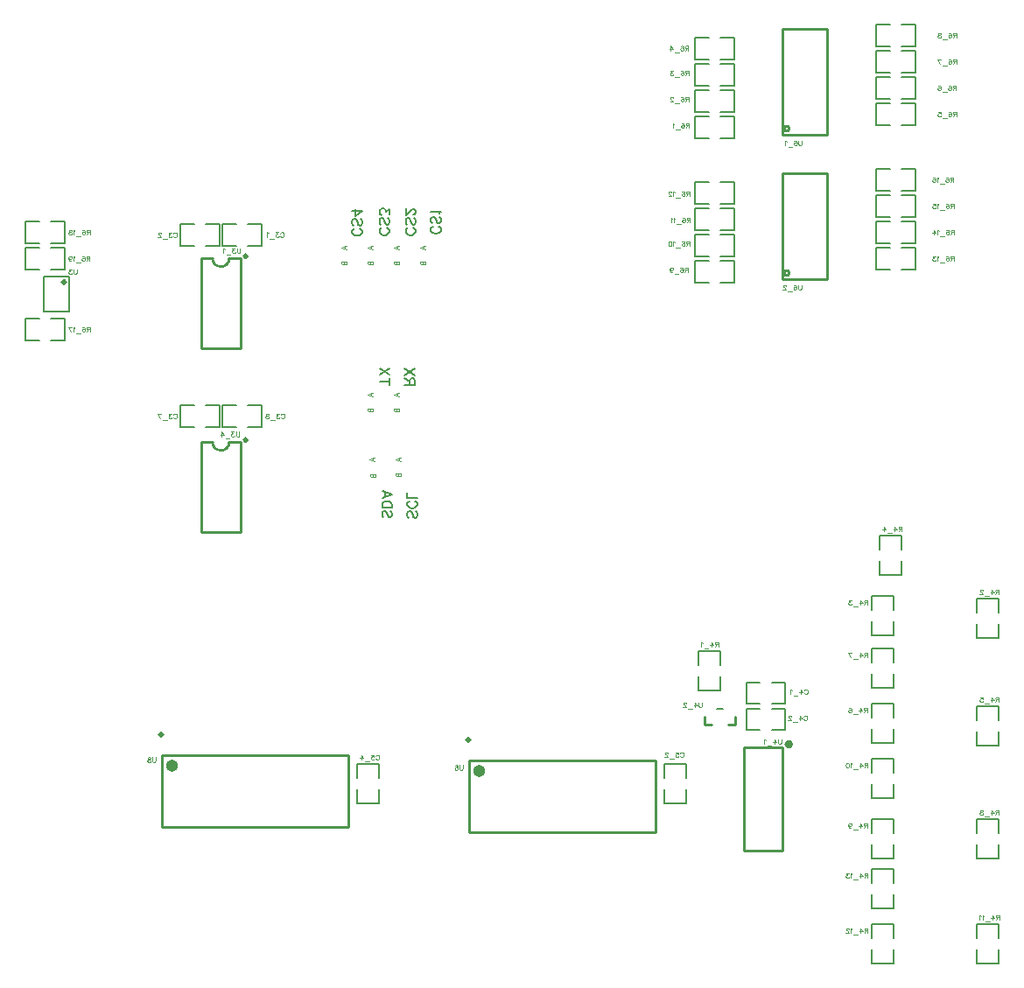
<source format=gbo>
G04 Layer: BottomSilkLayer*
G04 EasyEDA v6.2.43, 2019-09-06T10:00:39+02:00*
G04 e5b5f855a0bb4ad7aac7fda025be0de6,91cc4837159741479c5be70faa949f3f,10*
G04 Gerber Generator version 0.2*
G04 Scale: 100 percent, Rotated: No, Reflected: No *
G04 Dimensions in millimeters *
G04 leading zeros omitted , absolute positions ,3 integer and 3 decimal *
%FSLAX33Y33*%
%MOMM*%
G90*
G71D02*

%ADD10C,0.254000*%
%ADD14C,0.599999*%
%ADD44C,0.200000*%
%ADD46C,0.199898*%
%ADD47C,0.228600*%
%ADD49C,0.100000*%
%ADD50C,0.299999*%
%ADD53C,0.399999*%

%LPD*%
G54D46*
G01X94349Y23100D02*
G01X93029Y23100D01*
G01X93029Y25171D01*
G01X94349Y25171D01*
G01X95481Y23100D02*
G01X96801Y23100D01*
G01X96801Y25171D01*
G01X95481Y25171D01*
G01X105947Y40562D02*
G01X105947Y41883D01*
G01X108017Y41883D01*
G01X108017Y40562D01*
G01X105947Y39430D02*
G01X105947Y38110D01*
G01X108017Y38110D01*
G01X108017Y39430D01*
G01X115345Y34466D02*
G01X115345Y35787D01*
G01X117415Y35787D01*
G01X117415Y34466D01*
G01X115345Y33334D02*
G01X115345Y32014D01*
G01X117415Y32014D01*
G01X117415Y33334D01*
G01X105185Y34720D02*
G01X105185Y36041D01*
G01X107255Y36041D01*
G01X107255Y34720D01*
G01X105185Y33588D02*
G01X105185Y32268D01*
G01X107255Y32268D01*
G01X107255Y33588D01*
G01X105185Y29640D02*
G01X105185Y30961D01*
G01X107255Y30961D01*
G01X107255Y29640D01*
G01X105185Y28508D02*
G01X105185Y27188D01*
G01X107255Y27188D01*
G01X107255Y28508D01*
G01X115345Y24052D02*
G01X115345Y25373D01*
G01X117415Y25373D01*
G01X117415Y24052D01*
G01X115345Y22920D02*
G01X115345Y21600D01*
G01X117415Y21600D01*
G01X117415Y22920D01*
G01X105185Y24306D02*
G01X105185Y25627D01*
G01X107255Y25627D01*
G01X107255Y24306D01*
G01X105185Y23174D02*
G01X105185Y21854D01*
G01X107255Y21854D01*
G01X107255Y23174D01*
G01X105185Y18972D02*
G01X105185Y20293D01*
G01X107255Y20293D01*
G01X107255Y18972D01*
G01X105185Y17840D02*
G01X105185Y16520D01*
G01X107255Y16520D01*
G01X107255Y17840D01*
G01X115345Y13130D02*
G01X115345Y14451D01*
G01X117415Y14451D01*
G01X117415Y13130D01*
G01X115345Y11998D02*
G01X115345Y10678D01*
G01X117415Y10678D01*
G01X117415Y11998D01*
G01X105185Y13130D02*
G01X105185Y14451D01*
G01X107255Y14451D01*
G01X107255Y13130D01*
G01X105185Y11998D02*
G01X105185Y10678D01*
G01X107255Y10678D01*
G01X107255Y11998D01*
G01X105185Y8304D02*
G01X105185Y9625D01*
G01X107255Y9625D01*
G01X107255Y8304D01*
G01X105185Y7172D02*
G01X105185Y5852D01*
G01X107255Y5852D01*
G01X107255Y7172D01*
G01X115345Y2970D02*
G01X115345Y4291D01*
G01X117415Y4291D01*
G01X117415Y2970D01*
G01X115345Y1838D02*
G01X115345Y518D01*
G01X117415Y518D01*
G01X117415Y1838D01*
G01X105185Y2970D02*
G01X105185Y4291D01*
G01X107255Y4291D01*
G01X107255Y2970D01*
G01X105185Y1838D02*
G01X105185Y518D01*
G01X107255Y518D01*
G01X107255Y1838D01*
G54D10*
G01X93263Y21387D02*
G01X96517Y21387D01*
G01X96517Y11435D01*
G01X92834Y11435D01*
G01X92834Y21387D01*
G01X93263Y21387D01*
G01X91272Y23610D02*
G01X91932Y23610D01*
G01X91272Y23610D01*
G01X91932Y23610D01*
G01X91932Y24425D01*
G01X89012Y24425D02*
G01X89012Y23610D01*
G01X89672Y23610D01*
G54D44*
G01X90172Y25159D02*
G01X90772Y25159D01*
G54D46*
G01X88421Y29386D02*
G01X88421Y30707D01*
G01X90491Y30707D01*
G01X90491Y29386D01*
G01X88421Y28254D02*
G01X88421Y26934D01*
G01X90491Y26934D01*
G01X90491Y28254D01*
G01X94349Y25640D02*
G01X93029Y25640D01*
G01X93029Y27711D01*
G01X94349Y27711D01*
G01X95481Y25640D02*
G01X96801Y25640D01*
G01X96801Y27711D01*
G01X95481Y27711D01*
G01X90519Y90065D02*
G01X91839Y90065D01*
G01X91839Y87994D01*
G01X90519Y87994D01*
G01X89387Y90065D02*
G01X88067Y90065D01*
G01X88067Y87994D01*
G01X89387Y87994D01*
G01X108045Y83715D02*
G01X109365Y83715D01*
G01X109365Y81644D01*
G01X108045Y81644D01*
G01X106913Y83715D02*
G01X105593Y83715D01*
G01X105593Y81644D01*
G01X106913Y81644D01*
G54D47*
G01X96544Y80709D02*
G01X96544Y90899D01*
G01X100844Y90899D01*
G01X100844Y80709D01*
G01X96544Y80709D01*
G54D46*
G01X108045Y86255D02*
G01X109365Y86255D01*
G01X109365Y84184D01*
G01X108045Y84184D01*
G01X106913Y86255D02*
G01X105593Y86255D01*
G01X105593Y84184D01*
G01X106913Y84184D01*
G01X108045Y88795D02*
G01X109365Y88795D01*
G01X109365Y86724D01*
G01X108045Y86724D01*
G01X106913Y88795D02*
G01X105593Y88795D01*
G01X105593Y86724D01*
G01X106913Y86724D01*
G01X108045Y91335D02*
G01X109365Y91335D01*
G01X109365Y89264D01*
G01X108045Y89264D01*
G01X106913Y91335D02*
G01X105593Y91335D01*
G01X105593Y89264D01*
G01X106913Y89264D01*
G01X90519Y87525D02*
G01X91839Y87525D01*
G01X91839Y85454D01*
G01X90519Y85454D01*
G01X89387Y87525D02*
G01X88067Y87525D01*
G01X88067Y85454D01*
G01X89387Y85454D01*
G01X90519Y84985D02*
G01X91839Y84985D01*
G01X91839Y82914D01*
G01X90519Y82914D01*
G01X89387Y84985D02*
G01X88067Y84985D01*
G01X88067Y82914D01*
G01X89387Y82914D01*
G01X90519Y82445D02*
G01X91839Y82445D01*
G01X91839Y80374D01*
G01X90519Y80374D01*
G01X89387Y82445D02*
G01X88067Y82445D01*
G01X88067Y80374D01*
G01X89387Y80374D01*
G01X90519Y76095D02*
G01X91839Y76095D01*
G01X91839Y74024D01*
G01X90519Y74024D01*
G01X89387Y76095D02*
G01X88067Y76095D01*
G01X88067Y74024D01*
G01X89387Y74024D01*
G01X108045Y69745D02*
G01X109365Y69745D01*
G01X109365Y67674D01*
G01X108045Y67674D01*
G01X106913Y69745D02*
G01X105593Y69745D01*
G01X105593Y67674D01*
G01X106913Y67674D01*
G54D47*
G01X96544Y66739D02*
G01X96544Y76929D01*
G01X100844Y76929D01*
G01X100844Y66739D01*
G01X96544Y66739D01*
G54D46*
G01X108045Y72285D02*
G01X109365Y72285D01*
G01X109365Y70214D01*
G01X108045Y70214D01*
G01X106913Y72285D02*
G01X105593Y72285D01*
G01X105593Y70214D01*
G01X106913Y70214D01*
G01X108045Y74825D02*
G01X109365Y74825D01*
G01X109365Y72754D01*
G01X108045Y72754D01*
G01X106913Y74825D02*
G01X105593Y74825D01*
G01X105593Y72754D01*
G01X106913Y72754D01*
G01X108045Y77365D02*
G01X109365Y77365D01*
G01X109365Y75294D01*
G01X108045Y75294D01*
G01X106913Y77365D02*
G01X105593Y77365D01*
G01X105593Y75294D01*
G01X106913Y75294D01*
G01X90519Y73555D02*
G01X91839Y73555D01*
G01X91839Y71484D01*
G01X90519Y71484D01*
G01X89387Y73555D02*
G01X88067Y73555D01*
G01X88067Y71484D01*
G01X89387Y71484D01*
G01X90519Y71015D02*
G01X91839Y71015D01*
G01X91839Y68944D01*
G01X90519Y68944D01*
G01X89387Y71015D02*
G01X88067Y71015D01*
G01X88067Y68944D01*
G01X89387Y68944D01*
G01X90519Y68475D02*
G01X91839Y68475D01*
G01X91839Y66404D01*
G01X90519Y66404D01*
G01X89387Y68475D02*
G01X88067Y68475D01*
G01X88067Y66404D01*
G01X89387Y66404D01*
G54D10*
G01X66182Y14147D02*
G01X66182Y13219D01*
G01X84282Y13219D01*
G01X84282Y20147D01*
G01X66182Y20147D01*
G01X66182Y14147D01*
G54D46*
G01X87189Y17355D02*
G01X87189Y16034D01*
G01X85119Y16034D01*
G01X85119Y17355D01*
G01X87189Y18487D02*
G01X87189Y19807D01*
G01X85119Y19807D01*
G01X85119Y18487D01*
G54D10*
G01X36464Y14655D02*
G01X36464Y13727D01*
G01X54564Y13727D01*
G01X54564Y20655D01*
G01X36464Y20655D01*
G01X36464Y14655D01*
G54D46*
G01X57471Y17355D02*
G01X57471Y16034D01*
G01X55401Y16034D01*
G01X55401Y17355D01*
G01X57471Y18487D02*
G01X57471Y19807D01*
G01X55401Y19807D01*
G01X55401Y18487D01*
G54D44*
G01X27556Y66982D02*
G01X25067Y66982D01*
G01X25067Y63604D01*
G01X27553Y63604D01*
G01X27553Y66982D01*
G54D46*
G01X25749Y62887D02*
G01X27069Y62887D01*
G01X27069Y60816D01*
G01X25749Y60816D01*
G01X24617Y62887D02*
G01X23297Y62887D01*
G01X23297Y60816D01*
G01X24617Y60816D01*
G01X25749Y72284D02*
G01X27069Y72284D01*
G01X27069Y70214D01*
G01X25749Y70214D01*
G01X24617Y72284D02*
G01X23297Y72284D01*
G01X23297Y70214D01*
G01X24617Y70214D01*
G01X24639Y67674D02*
G01X23319Y67674D01*
G01X23319Y69745D01*
G01X24639Y69745D01*
G01X25771Y67674D02*
G01X27091Y67674D01*
G01X27091Y69745D01*
G01X25771Y69745D01*
G01X39625Y52434D02*
G01X38305Y52434D01*
G01X38305Y54505D01*
G01X39625Y54505D01*
G01X40757Y52434D02*
G01X42077Y52434D01*
G01X42077Y54505D01*
G01X40757Y54505D01*
G54D10*
G01X44092Y50962D02*
G01X44092Y42268D01*
G01X40307Y42268D01*
G01X40307Y50962D01*
G01X44092Y50980D02*
G01X43025Y50980D01*
G01X41374Y50955D02*
G01X40307Y50955D01*
G54D46*
G01X44799Y54505D02*
G01X46119Y54505D01*
G01X46119Y52434D01*
G01X44799Y52434D01*
G01X43667Y54505D02*
G01X42347Y54505D01*
G01X42347Y52434D01*
G01X43667Y52434D01*
G01X39625Y69960D02*
G01X38305Y69960D01*
G01X38305Y72031D01*
G01X39625Y72031D01*
G01X40757Y69960D02*
G01X42077Y69960D01*
G01X42077Y72031D01*
G01X40757Y72031D01*
G54D10*
G01X44092Y68742D02*
G01X44092Y60048D01*
G01X40307Y60048D01*
G01X40307Y68742D01*
G01X44092Y68760D02*
G01X43025Y68760D01*
G01X41374Y68735D02*
G01X40307Y68735D01*
G54D46*
G01X44799Y72031D02*
G01X46119Y72031D01*
G01X46119Y69960D01*
G01X44799Y69960D01*
G01X43667Y72031D02*
G01X42347Y72031D01*
G01X42347Y69960D01*
G01X43667Y69960D01*
G54D44*
G01X55639Y71617D02*
G01X55730Y71572D01*
G01X55821Y71481D01*
G01X55867Y71390D01*
G01X55867Y71208D01*
G01X55821Y71117D01*
G01X55730Y71026D01*
G01X55639Y70981D01*
G01X55503Y70935D01*
G01X55276Y70935D01*
G01X55139Y70981D01*
G01X55048Y71026D01*
G01X54958Y71117D01*
G01X54912Y71208D01*
G01X54912Y71390D01*
G01X54958Y71481D01*
G01X55048Y71572D01*
G01X55139Y71617D01*
G01X55730Y72554D02*
G01X55821Y72463D01*
G01X55867Y72326D01*
G01X55867Y72145D01*
G01X55821Y72008D01*
G01X55730Y71917D01*
G01X55639Y71917D01*
G01X55548Y71963D01*
G01X55503Y72008D01*
G01X55458Y72099D01*
G01X55367Y72372D01*
G01X55321Y72463D01*
G01X55276Y72508D01*
G01X55185Y72554D01*
G01X55048Y72554D01*
G01X54958Y72463D01*
G01X54912Y72326D01*
G01X54912Y72145D01*
G01X54958Y72008D01*
G01X55048Y71917D01*
G01X55867Y73308D02*
G01X55230Y72854D01*
G01X55230Y73535D01*
G01X55867Y73308D02*
G01X54912Y73308D01*
G01X58278Y71677D02*
G01X58369Y71632D01*
G01X58460Y71541D01*
G01X58506Y71450D01*
G01X58506Y71268D01*
G01X58460Y71177D01*
G01X58369Y71086D01*
G01X58278Y71041D01*
G01X58142Y70995D01*
G01X57915Y70995D01*
G01X57778Y71041D01*
G01X57687Y71086D01*
G01X57596Y71177D01*
G01X57551Y71268D01*
G01X57551Y71450D01*
G01X57596Y71541D01*
G01X57687Y71632D01*
G01X57778Y71677D01*
G01X58369Y72614D02*
G01X58460Y72523D01*
G01X58506Y72386D01*
G01X58506Y72205D01*
G01X58460Y72068D01*
G01X58369Y71977D01*
G01X58278Y71977D01*
G01X58187Y72023D01*
G01X58142Y72068D01*
G01X58096Y72159D01*
G01X58006Y72432D01*
G01X57960Y72523D01*
G01X57915Y72568D01*
G01X57824Y72614D01*
G01X57687Y72614D01*
G01X57596Y72523D01*
G01X57551Y72386D01*
G01X57551Y72205D01*
G01X57596Y72068D01*
G01X57687Y71977D01*
G01X58506Y73005D02*
G01X58506Y73505D01*
G01X58142Y73232D01*
G01X58142Y73368D01*
G01X58096Y73459D01*
G01X58051Y73505D01*
G01X57915Y73550D01*
G01X57824Y73550D01*
G01X57687Y73505D01*
G01X57596Y73414D01*
G01X57551Y73277D01*
G01X57551Y73141D01*
G01X57596Y73005D01*
G01X57642Y72959D01*
G01X57733Y72914D01*
G01X60818Y71677D02*
G01X60909Y71632D01*
G01X61000Y71541D01*
G01X61046Y71450D01*
G01X61046Y71268D01*
G01X61000Y71177D01*
G01X60909Y71086D01*
G01X60818Y71041D01*
G01X60682Y70995D01*
G01X60455Y70995D01*
G01X60318Y71041D01*
G01X60227Y71086D01*
G01X60136Y71177D01*
G01X60091Y71268D01*
G01X60091Y71450D01*
G01X60136Y71541D01*
G01X60227Y71632D01*
G01X60318Y71677D01*
G01X60909Y72614D02*
G01X61000Y72523D01*
G01X61046Y72386D01*
G01X61046Y72205D01*
G01X61000Y72068D01*
G01X60909Y71977D01*
G01X60818Y71977D01*
G01X60727Y72023D01*
G01X60682Y72068D01*
G01X60636Y72159D01*
G01X60546Y72432D01*
G01X60500Y72523D01*
G01X60455Y72568D01*
G01X60364Y72614D01*
G01X60227Y72614D01*
G01X60136Y72523D01*
G01X60091Y72386D01*
G01X60091Y72205D01*
G01X60136Y72068D01*
G01X60227Y71977D01*
G01X60818Y72959D02*
G01X60864Y72959D01*
G01X60955Y73005D01*
G01X61000Y73050D01*
G01X61046Y73141D01*
G01X61046Y73323D01*
G01X61000Y73414D01*
G01X60955Y73459D01*
G01X60864Y73505D01*
G01X60773Y73505D01*
G01X60682Y73459D01*
G01X60546Y73368D01*
G01X60091Y72914D01*
G01X60091Y73550D01*
G01X63259Y71818D02*
G01X63350Y71772D01*
G01X63441Y71681D01*
G01X63487Y71591D01*
G01X63487Y71409D01*
G01X63441Y71318D01*
G01X63350Y71227D01*
G01X63259Y71181D01*
G01X63123Y71136D01*
G01X62896Y71136D01*
G01X62759Y71181D01*
G01X62668Y71227D01*
G01X62578Y71318D01*
G01X62532Y71409D01*
G01X62532Y71591D01*
G01X62578Y71681D01*
G01X62668Y71772D01*
G01X62759Y71818D01*
G01X63350Y72754D02*
G01X63441Y72663D01*
G01X63487Y72527D01*
G01X63487Y72345D01*
G01X63441Y72209D01*
G01X63350Y72118D01*
G01X63259Y72118D01*
G01X63168Y72163D01*
G01X63123Y72209D01*
G01X63078Y72300D01*
G01X62987Y72572D01*
G01X62941Y72663D01*
G01X62896Y72709D01*
G01X62805Y72754D01*
G01X62668Y72754D01*
G01X62578Y72663D01*
G01X62532Y72527D01*
G01X62532Y72345D01*
G01X62578Y72209D01*
G01X62668Y72118D01*
G01X63305Y73054D02*
G01X63350Y73145D01*
G01X63487Y73281D01*
G01X62532Y73281D01*
G01X58506Y56836D02*
G01X57551Y56836D01*
G01X58506Y56517D02*
G01X58506Y57154D01*
G01X58506Y57454D02*
G01X57551Y58090D01*
G01X58506Y58090D02*
G01X57551Y57454D01*
G01X60947Y56503D02*
G01X59992Y56503D01*
G01X60947Y56503D02*
G01X60947Y56912D01*
G01X60901Y57048D01*
G01X60856Y57094D01*
G01X60765Y57139D01*
G01X60674Y57139D01*
G01X60583Y57094D01*
G01X60538Y57048D01*
G01X60492Y56912D01*
G01X60492Y56503D01*
G01X60492Y56821D02*
G01X59992Y57139D01*
G01X60947Y57439D02*
G01X59992Y58076D01*
G01X60947Y58076D02*
G01X59992Y57439D01*
G01X58623Y44291D02*
G01X58714Y44200D01*
G01X58760Y44063D01*
G01X58760Y43882D01*
G01X58714Y43745D01*
G01X58623Y43654D01*
G01X58532Y43654D01*
G01X58441Y43700D01*
G01X58396Y43745D01*
G01X58350Y43836D01*
G01X58260Y44109D01*
G01X58214Y44200D01*
G01X58169Y44245D01*
G01X58078Y44291D01*
G01X57941Y44291D01*
G01X57850Y44200D01*
G01X57805Y44063D01*
G01X57805Y43882D01*
G01X57850Y43745D01*
G01X57941Y43654D01*
G01X58760Y44591D02*
G01X57805Y44591D01*
G01X58760Y44591D02*
G01X58760Y44909D01*
G01X58714Y45045D01*
G01X58623Y45136D01*
G01X58532Y45182D01*
G01X58396Y45227D01*
G01X58169Y45227D01*
G01X58032Y45182D01*
G01X57941Y45136D01*
G01X57850Y45045D01*
G01X57805Y44909D01*
G01X57805Y44591D01*
G01X58760Y45891D02*
G01X57805Y45527D01*
G01X58760Y45891D02*
G01X57805Y46254D01*
G01X58123Y45664D02*
G01X58123Y46118D01*
G01X61064Y44276D02*
G01X61155Y44185D01*
G01X61201Y44049D01*
G01X61201Y43867D01*
G01X61155Y43731D01*
G01X61064Y43640D01*
G01X60973Y43640D01*
G01X60882Y43685D01*
G01X60837Y43731D01*
G01X60792Y43822D01*
G01X60701Y44094D01*
G01X60655Y44185D01*
G01X60610Y44231D01*
G01X60519Y44276D01*
G01X60382Y44276D01*
G01X60292Y44185D01*
G01X60246Y44049D01*
G01X60246Y43867D01*
G01X60292Y43731D01*
G01X60382Y43640D01*
G01X60973Y45258D02*
G01X61064Y45213D01*
G01X61155Y45122D01*
G01X61201Y45031D01*
G01X61201Y44849D01*
G01X61155Y44758D01*
G01X61064Y44667D01*
G01X60973Y44622D01*
G01X60837Y44576D01*
G01X60610Y44576D01*
G01X60473Y44622D01*
G01X60382Y44667D01*
G01X60292Y44758D01*
G01X60246Y44849D01*
G01X60246Y45031D01*
G01X60292Y45122D01*
G01X60382Y45213D01*
G01X60473Y45258D01*
G01X61201Y45558D02*
G01X60246Y45558D01*
G01X60246Y45558D02*
G01X60246Y46103D01*
G54D49*
G01X98594Y24400D02*
G01X98617Y24445D01*
G01X98662Y24491D01*
G01X98708Y24514D01*
G01X98799Y24514D01*
G01X98844Y24491D01*
G01X98890Y24445D01*
G01X98912Y24400D01*
G01X98935Y24332D01*
G01X98935Y24218D01*
G01X98912Y24150D01*
G01X98890Y24104D01*
G01X98844Y24059D01*
G01X98799Y24036D01*
G01X98708Y24036D01*
G01X98662Y24059D01*
G01X98617Y24104D01*
G01X98594Y24150D01*
G01X98217Y24514D02*
G01X98444Y24195D01*
G01X98103Y24195D01*
G01X98217Y24514D02*
G01X98217Y24036D01*
G01X97953Y23877D02*
G01X97544Y23877D01*
G01X97372Y24400D02*
G01X97372Y24423D01*
G01X97349Y24468D01*
G01X97326Y24491D01*
G01X97281Y24514D01*
G01X97190Y24514D01*
G01X97144Y24491D01*
G01X97122Y24468D01*
G01X97099Y24423D01*
G01X97099Y24377D01*
G01X97122Y24332D01*
G01X97167Y24264D01*
G01X97394Y24036D01*
G01X97076Y24036D01*
G01X108079Y42801D02*
G01X108079Y42324D01*
G01X108079Y42801D02*
G01X107875Y42801D01*
G01X107806Y42779D01*
G01X107784Y42756D01*
G01X107761Y42711D01*
G01X107761Y42665D01*
G01X107784Y42620D01*
G01X107806Y42597D01*
G01X107875Y42574D01*
G01X108079Y42574D01*
G01X107920Y42574D02*
G01X107761Y42324D01*
G01X107384Y42801D02*
G01X107611Y42483D01*
G01X107270Y42483D01*
G01X107384Y42801D02*
G01X107384Y42324D01*
G01X107120Y42165D02*
G01X106711Y42165D01*
G01X106334Y42801D02*
G01X106561Y42483D01*
G01X106220Y42483D01*
G01X106334Y42801D02*
G01X106334Y42324D01*
G01X117454Y36705D02*
G01X117454Y36228D01*
G01X117454Y36705D02*
G01X117250Y36705D01*
G01X117182Y36683D01*
G01X117159Y36660D01*
G01X117136Y36615D01*
G01X117136Y36569D01*
G01X117159Y36524D01*
G01X117182Y36501D01*
G01X117250Y36478D01*
G01X117454Y36478D01*
G01X117295Y36478D02*
G01X117136Y36228D01*
G01X116759Y36705D02*
G01X116986Y36387D01*
G01X116645Y36387D01*
G01X116759Y36705D02*
G01X116759Y36228D01*
G01X116495Y36069D02*
G01X116086Y36069D01*
G01X115914Y36592D02*
G01X115914Y36615D01*
G01X115891Y36660D01*
G01X115868Y36683D01*
G01X115823Y36705D01*
G01X115732Y36705D01*
G01X115686Y36683D01*
G01X115664Y36660D01*
G01X115641Y36615D01*
G01X115641Y36569D01*
G01X115664Y36524D01*
G01X115709Y36456D01*
G01X115936Y36228D01*
G01X115618Y36228D01*
G01X104754Y35689D02*
G01X104754Y35212D01*
G01X104754Y35689D02*
G01X104550Y35689D01*
G01X104482Y35667D01*
G01X104459Y35644D01*
G01X104436Y35599D01*
G01X104436Y35553D01*
G01X104459Y35508D01*
G01X104482Y35485D01*
G01X104550Y35462D01*
G01X104754Y35462D01*
G01X104595Y35462D02*
G01X104436Y35212D01*
G01X104059Y35689D02*
G01X104286Y35371D01*
G01X103945Y35371D01*
G01X104059Y35689D02*
G01X104059Y35212D01*
G01X103795Y35053D02*
G01X103386Y35053D01*
G01X103191Y35689D02*
G01X102941Y35689D01*
G01X103077Y35508D01*
G01X103009Y35508D01*
G01X102963Y35485D01*
G01X102941Y35462D01*
G01X102918Y35394D01*
G01X102918Y35349D01*
G01X102941Y35280D01*
G01X102986Y35235D01*
G01X103054Y35212D01*
G01X103123Y35212D01*
G01X103191Y35235D01*
G01X103213Y35258D01*
G01X103236Y35303D01*
G01X104754Y30609D02*
G01X104754Y30132D01*
G01X104754Y30609D02*
G01X104550Y30609D01*
G01X104482Y30587D01*
G01X104459Y30564D01*
G01X104436Y30519D01*
G01X104436Y30473D01*
G01X104459Y30428D01*
G01X104482Y30405D01*
G01X104550Y30382D01*
G01X104754Y30382D01*
G01X104595Y30382D02*
G01X104436Y30132D01*
G01X104059Y30609D02*
G01X104286Y30291D01*
G01X103945Y30291D01*
G01X104059Y30609D02*
G01X104059Y30132D01*
G01X103795Y29973D02*
G01X103386Y29973D01*
G01X102918Y30609D02*
G01X103145Y30132D01*
G01X103236Y30609D02*
G01X102918Y30609D01*
G01X117454Y26291D02*
G01X117454Y25814D01*
G01X117454Y26291D02*
G01X117250Y26291D01*
G01X117182Y26269D01*
G01X117159Y26246D01*
G01X117136Y26201D01*
G01X117136Y26155D01*
G01X117159Y26110D01*
G01X117182Y26087D01*
G01X117250Y26064D01*
G01X117454Y26064D01*
G01X117295Y26064D02*
G01X117136Y25814D01*
G01X116759Y26291D02*
G01X116986Y25973D01*
G01X116645Y25973D01*
G01X116759Y26291D02*
G01X116759Y25814D01*
G01X116495Y25655D02*
G01X116086Y25655D01*
G01X115663Y26291D02*
G01X115891Y26291D01*
G01X115913Y26087D01*
G01X115891Y26110D01*
G01X115823Y26132D01*
G01X115754Y26132D01*
G01X115686Y26110D01*
G01X115641Y26064D01*
G01X115618Y25996D01*
G01X115618Y25951D01*
G01X115641Y25882D01*
G01X115686Y25837D01*
G01X115754Y25814D01*
G01X115823Y25814D01*
G01X115891Y25837D01*
G01X115913Y25860D01*
G01X115936Y25905D01*
G01X104732Y25275D02*
G01X104732Y24798D01*
G01X104732Y25275D02*
G01X104527Y25275D01*
G01X104459Y25253D01*
G01X104436Y25230D01*
G01X104413Y25185D01*
G01X104413Y25139D01*
G01X104436Y25094D01*
G01X104459Y25071D01*
G01X104527Y25048D01*
G01X104732Y25048D01*
G01X104573Y25048D02*
G01X104413Y24798D01*
G01X104036Y25275D02*
G01X104263Y24957D01*
G01X103923Y24957D01*
G01X104036Y25275D02*
G01X104036Y24798D01*
G01X103773Y24639D02*
G01X103363Y24639D01*
G01X102941Y25207D02*
G01X102963Y25253D01*
G01X103032Y25275D01*
G01X103077Y25275D01*
G01X103145Y25253D01*
G01X103191Y25185D01*
G01X103213Y25071D01*
G01X103213Y24957D01*
G01X103191Y24866D01*
G01X103145Y24821D01*
G01X103077Y24798D01*
G01X103054Y24798D01*
G01X102986Y24821D01*
G01X102941Y24866D01*
G01X102918Y24935D01*
G01X102918Y24957D01*
G01X102941Y25026D01*
G01X102986Y25071D01*
G01X103054Y25094D01*
G01X103077Y25094D01*
G01X103145Y25071D01*
G01X103191Y25026D01*
G01X103213Y24957D01*
G01X104764Y19942D02*
G01X104764Y19464D01*
G01X104764Y19942D02*
G01X104559Y19942D01*
G01X104491Y19919D01*
G01X104469Y19896D01*
G01X104446Y19851D01*
G01X104446Y19805D01*
G01X104469Y19760D01*
G01X104491Y19737D01*
G01X104559Y19714D01*
G01X104764Y19714D01*
G01X104605Y19714D02*
G01X104446Y19464D01*
G01X104069Y19942D02*
G01X104296Y19623D01*
G01X103955Y19623D01*
G01X104069Y19942D02*
G01X104069Y19464D01*
G01X103805Y19305D02*
G01X103396Y19305D01*
G01X103246Y19851D02*
G01X103200Y19873D01*
G01X103132Y19942D01*
G01X103132Y19464D01*
G01X102846Y19942D02*
G01X102914Y19919D01*
G01X102959Y19851D01*
G01X102982Y19737D01*
G01X102982Y19669D01*
G01X102959Y19555D01*
G01X102914Y19487D01*
G01X102846Y19464D01*
G01X102800Y19464D01*
G01X102732Y19487D01*
G01X102687Y19555D01*
G01X102664Y19669D01*
G01X102664Y19737D01*
G01X102687Y19851D01*
G01X102732Y19919D01*
G01X102800Y19942D01*
G01X102846Y19942D01*
G01X117454Y15369D02*
G01X117454Y14892D01*
G01X117454Y15369D02*
G01X117250Y15369D01*
G01X117182Y15347D01*
G01X117159Y15324D01*
G01X117136Y15279D01*
G01X117136Y15233D01*
G01X117159Y15188D01*
G01X117182Y15165D01*
G01X117250Y15142D01*
G01X117454Y15142D01*
G01X117295Y15142D02*
G01X117136Y14892D01*
G01X116759Y15369D02*
G01X116986Y15051D01*
G01X116645Y15051D01*
G01X116759Y15369D02*
G01X116759Y14892D01*
G01X116495Y14733D02*
G01X116086Y14733D01*
G01X115823Y15369D02*
G01X115891Y15347D01*
G01X115913Y15301D01*
G01X115913Y15256D01*
G01X115891Y15210D01*
G01X115845Y15188D01*
G01X115754Y15165D01*
G01X115686Y15142D01*
G01X115641Y15097D01*
G01X115618Y15051D01*
G01X115618Y14983D01*
G01X115641Y14938D01*
G01X115663Y14915D01*
G01X115732Y14892D01*
G01X115823Y14892D01*
G01X115891Y14915D01*
G01X115913Y14938D01*
G01X115936Y14983D01*
G01X115936Y15051D01*
G01X115913Y15097D01*
G01X115868Y15142D01*
G01X115800Y15165D01*
G01X115709Y15188D01*
G01X115663Y15210D01*
G01X115641Y15256D01*
G01X115641Y15301D01*
G01X115663Y15347D01*
G01X115732Y15369D01*
G01X115823Y15369D01*
G01X104732Y14099D02*
G01X104732Y13622D01*
G01X104732Y14099D02*
G01X104527Y14099D01*
G01X104459Y14077D01*
G01X104436Y14054D01*
G01X104413Y14009D01*
G01X104413Y13963D01*
G01X104436Y13918D01*
G01X104459Y13895D01*
G01X104527Y13872D01*
G01X104732Y13872D01*
G01X104573Y13872D02*
G01X104413Y13622D01*
G01X104036Y14099D02*
G01X104264Y13781D01*
G01X103923Y13781D01*
G01X104036Y14099D02*
G01X104036Y13622D01*
G01X103773Y13463D02*
G01X103364Y13463D01*
G01X102918Y13940D02*
G01X102941Y13872D01*
G01X102986Y13827D01*
G01X103054Y13804D01*
G01X103077Y13804D01*
G01X103145Y13827D01*
G01X103191Y13872D01*
G01X103213Y13940D01*
G01X103213Y13963D01*
G01X103191Y14031D01*
G01X103145Y14077D01*
G01X103077Y14099D01*
G01X103054Y14099D01*
G01X102986Y14077D01*
G01X102941Y14031D01*
G01X102918Y13940D01*
G01X102918Y13827D01*
G01X102941Y13713D01*
G01X102986Y13645D01*
G01X103054Y13622D01*
G01X103100Y13622D01*
G01X103168Y13645D01*
G01X103191Y13690D01*
G01X104764Y9274D02*
G01X104764Y8796D01*
G01X104764Y9274D02*
G01X104559Y9274D01*
G01X104491Y9251D01*
G01X104469Y9228D01*
G01X104446Y9183D01*
G01X104446Y9137D01*
G01X104469Y9092D01*
G01X104491Y9069D01*
G01X104559Y9046D01*
G01X104764Y9046D01*
G01X104605Y9046D02*
G01X104446Y8796D01*
G01X104069Y9274D02*
G01X104296Y8955D01*
G01X103955Y8955D01*
G01X104069Y9274D02*
G01X104069Y8796D01*
G01X103805Y8637D02*
G01X103396Y8637D01*
G01X103246Y9183D02*
G01X103200Y9205D01*
G01X103132Y9274D01*
G01X103132Y8796D01*
G01X102937Y9274D02*
G01X102687Y9274D01*
G01X102823Y9092D01*
G01X102755Y9092D01*
G01X102709Y9069D01*
G01X102687Y9046D01*
G01X102664Y8978D01*
G01X102664Y8933D01*
G01X102687Y8864D01*
G01X102732Y8819D01*
G01X102800Y8796D01*
G01X102869Y8796D01*
G01X102937Y8819D01*
G01X102959Y8842D01*
G01X102982Y8887D01*
G01X117513Y5209D02*
G01X117513Y4732D01*
G01X117513Y5209D02*
G01X117309Y5209D01*
G01X117241Y5187D01*
G01X117218Y5164D01*
G01X117195Y5119D01*
G01X117195Y5073D01*
G01X117218Y5028D01*
G01X117241Y5005D01*
G01X117309Y4982D01*
G01X117513Y4982D01*
G01X117354Y4982D02*
G01X117195Y4732D01*
G01X116818Y5209D02*
G01X117045Y4891D01*
G01X116704Y4891D01*
G01X116818Y5209D02*
G01X116818Y4732D01*
G01X116554Y4573D02*
G01X116145Y4573D01*
G01X115995Y5119D02*
G01X115950Y5141D01*
G01X115882Y5209D01*
G01X115882Y4732D01*
G01X115732Y5119D02*
G01X115686Y5141D01*
G01X115618Y5209D01*
G01X115618Y4732D01*
G01X104764Y3939D02*
G01X104764Y3462D01*
G01X104764Y3939D02*
G01X104560Y3939D01*
G01X104491Y3917D01*
G01X104469Y3894D01*
G01X104446Y3849D01*
G01X104446Y3803D01*
G01X104469Y3758D01*
G01X104491Y3735D01*
G01X104560Y3712D01*
G01X104764Y3712D01*
G01X104605Y3712D02*
G01X104446Y3462D01*
G01X104069Y3939D02*
G01X104296Y3621D01*
G01X103955Y3621D01*
G01X104069Y3939D02*
G01X104069Y3462D01*
G01X103805Y3303D02*
G01X103396Y3303D01*
G01X103246Y3849D02*
G01X103200Y3871D01*
G01X103132Y3939D01*
G01X103132Y3462D01*
G01X102960Y3826D02*
G01X102960Y3849D01*
G01X102937Y3894D01*
G01X102914Y3917D01*
G01X102869Y3939D01*
G01X102778Y3939D01*
G01X102732Y3917D01*
G01X102710Y3894D01*
G01X102687Y3849D01*
G01X102687Y3803D01*
G01X102710Y3758D01*
G01X102755Y3690D01*
G01X102982Y3462D01*
G01X102664Y3462D01*
G01X96422Y22227D02*
G01X96422Y21887D01*
G01X96399Y21818D01*
G01X96354Y21773D01*
G01X96286Y21750D01*
G01X96240Y21750D01*
G01X96172Y21773D01*
G01X96126Y21818D01*
G01X96104Y21887D01*
G01X96104Y22227D01*
G01X95726Y22227D02*
G01X95954Y21909D01*
G01X95613Y21909D01*
G01X95726Y22227D02*
G01X95726Y21750D01*
G01X95463Y21591D02*
G01X95054Y21591D01*
G01X94904Y22137D02*
G01X94858Y22159D01*
G01X94790Y22227D01*
G01X94790Y21750D01*
G01X88752Y25783D02*
G01X88752Y25443D01*
G01X88730Y25374D01*
G01X88684Y25329D01*
G01X88616Y25306D01*
G01X88571Y25306D01*
G01X88502Y25329D01*
G01X88457Y25374D01*
G01X88434Y25443D01*
G01X88434Y25783D01*
G01X88057Y25783D02*
G01X88284Y25465D01*
G01X87943Y25465D01*
G01X88057Y25783D02*
G01X88057Y25306D01*
G01X87793Y25147D02*
G01X87384Y25147D01*
G01X87211Y25670D02*
G01X87211Y25693D01*
G01X87189Y25738D01*
G01X87166Y25761D01*
G01X87121Y25783D01*
G01X87030Y25783D01*
G01X86984Y25761D01*
G01X86962Y25738D01*
G01X86939Y25693D01*
G01X86939Y25647D01*
G01X86962Y25602D01*
G01X87007Y25533D01*
G01X87234Y25306D01*
G01X86916Y25306D01*
G01X90326Y31625D02*
G01X90326Y31148D01*
G01X90326Y31625D02*
G01X90121Y31625D01*
G01X90053Y31603D01*
G01X90030Y31580D01*
G01X90008Y31535D01*
G01X90008Y31489D01*
G01X90030Y31444D01*
G01X90053Y31421D01*
G01X90121Y31398D01*
G01X90326Y31398D01*
G01X90167Y31398D02*
G01X90008Y31148D01*
G01X89630Y31625D02*
G01X89858Y31307D01*
G01X89517Y31307D01*
G01X89630Y31625D02*
G01X89630Y31148D01*
G01X89367Y30989D02*
G01X88958Y30989D01*
G01X88808Y31535D02*
G01X88762Y31557D01*
G01X88694Y31625D01*
G01X88694Y31148D01*
G01X98644Y26940D02*
G01X98666Y26985D01*
G01X98712Y27031D01*
G01X98757Y27054D01*
G01X98848Y27054D01*
G01X98894Y27031D01*
G01X98939Y26985D01*
G01X98962Y26940D01*
G01X98985Y26872D01*
G01X98985Y26758D01*
G01X98962Y26690D01*
G01X98939Y26644D01*
G01X98894Y26599D01*
G01X98848Y26576D01*
G01X98757Y26576D01*
G01X98712Y26599D01*
G01X98666Y26644D01*
G01X98644Y26690D01*
G01X98266Y27054D02*
G01X98494Y26735D01*
G01X98153Y26735D01*
G01X98266Y27054D02*
G01X98266Y26576D01*
G01X98003Y26417D02*
G01X97594Y26417D01*
G01X97444Y26963D02*
G01X97398Y26985D01*
G01X97330Y27054D01*
G01X97330Y26576D01*
G01X87424Y89302D02*
G01X87424Y88825D01*
G01X87424Y89302D02*
G01X87219Y89302D01*
G01X87151Y89280D01*
G01X87129Y89257D01*
G01X87106Y89211D01*
G01X87106Y89166D01*
G01X87129Y89120D01*
G01X87151Y89098D01*
G01X87219Y89075D01*
G01X87424Y89075D01*
G01X87265Y89075D02*
G01X87106Y88825D01*
G01X86683Y89234D02*
G01X86706Y89280D01*
G01X86774Y89302D01*
G01X86819Y89302D01*
G01X86888Y89280D01*
G01X86933Y89211D01*
G01X86956Y89098D01*
G01X86956Y88984D01*
G01X86933Y88893D01*
G01X86888Y88848D01*
G01X86819Y88825D01*
G01X86797Y88825D01*
G01X86729Y88848D01*
G01X86683Y88893D01*
G01X86660Y88961D01*
G01X86660Y88984D01*
G01X86683Y89052D01*
G01X86729Y89098D01*
G01X86797Y89120D01*
G01X86819Y89120D01*
G01X86888Y89098D01*
G01X86933Y89052D01*
G01X86956Y88984D01*
G01X86510Y88666D02*
G01X86101Y88666D01*
G01X85724Y89302D02*
G01X85951Y88984D01*
G01X85610Y88984D01*
G01X85724Y89302D02*
G01X85724Y88825D01*
G01X113345Y82933D02*
G01X113345Y82456D01*
G01X113345Y82933D02*
G01X113140Y82933D01*
G01X113072Y82911D01*
G01X113049Y82888D01*
G01X113027Y82843D01*
G01X113027Y82797D01*
G01X113049Y82752D01*
G01X113072Y82729D01*
G01X113140Y82706D01*
G01X113345Y82706D01*
G01X113186Y82706D02*
G01X113027Y82456D01*
G01X112604Y82865D02*
G01X112627Y82911D01*
G01X112695Y82933D01*
G01X112740Y82933D01*
G01X112809Y82911D01*
G01X112854Y82843D01*
G01X112877Y82729D01*
G01X112877Y82615D01*
G01X112854Y82524D01*
G01X112809Y82479D01*
G01X112740Y82456D01*
G01X112718Y82456D01*
G01X112649Y82479D01*
G01X112604Y82524D01*
G01X112581Y82593D01*
G01X112581Y82615D01*
G01X112604Y82683D01*
G01X112649Y82729D01*
G01X112718Y82752D01*
G01X112740Y82752D01*
G01X112809Y82729D01*
G01X112854Y82683D01*
G01X112877Y82615D01*
G01X112431Y82297D02*
G01X112022Y82297D01*
G01X111599Y82933D02*
G01X111827Y82933D01*
G01X111849Y82729D01*
G01X111827Y82752D01*
G01X111759Y82774D01*
G01X111690Y82774D01*
G01X111622Y82752D01*
G01X111577Y82706D01*
G01X111554Y82638D01*
G01X111554Y82593D01*
G01X111577Y82524D01*
G01X111622Y82479D01*
G01X111690Y82456D01*
G01X111759Y82456D01*
G01X111827Y82479D01*
G01X111849Y82502D01*
G01X111872Y82547D01*
G01X98408Y80139D02*
G01X98408Y79799D01*
G01X98386Y79730D01*
G01X98340Y79685D01*
G01X98272Y79662D01*
G01X98227Y79662D01*
G01X98158Y79685D01*
G01X98113Y79730D01*
G01X98090Y79799D01*
G01X98090Y80139D01*
G01X97668Y80071D02*
G01X97690Y80117D01*
G01X97758Y80139D01*
G01X97804Y80139D01*
G01X97872Y80117D01*
G01X97918Y80049D01*
G01X97940Y79935D01*
G01X97940Y79821D01*
G01X97918Y79730D01*
G01X97872Y79685D01*
G01X97804Y79662D01*
G01X97781Y79662D01*
G01X97713Y79685D01*
G01X97668Y79730D01*
G01X97645Y79799D01*
G01X97645Y79821D01*
G01X97668Y79889D01*
G01X97713Y79935D01*
G01X97781Y79958D01*
G01X97804Y79958D01*
G01X97872Y79935D01*
G01X97918Y79889D01*
G01X97940Y79821D01*
G01X97495Y79503D02*
G01X97086Y79503D01*
G01X96936Y80049D02*
G01X96890Y80071D01*
G01X96822Y80139D01*
G01X96822Y79662D01*
G01X113322Y85473D02*
G01X113322Y84996D01*
G01X113322Y85473D02*
G01X113118Y85473D01*
G01X113050Y85451D01*
G01X113027Y85428D01*
G01X113004Y85383D01*
G01X113004Y85337D01*
G01X113027Y85292D01*
G01X113050Y85269D01*
G01X113118Y85246D01*
G01X113322Y85246D01*
G01X113163Y85246D02*
G01X113004Y84996D01*
G01X112581Y85405D02*
G01X112604Y85451D01*
G01X112672Y85473D01*
G01X112718Y85473D01*
G01X112786Y85451D01*
G01X112831Y85383D01*
G01X112854Y85269D01*
G01X112854Y85155D01*
G01X112831Y85064D01*
G01X112786Y85019D01*
G01X112718Y84996D01*
G01X112695Y84996D01*
G01X112627Y85019D01*
G01X112581Y85064D01*
G01X112559Y85133D01*
G01X112559Y85155D01*
G01X112581Y85223D01*
G01X112627Y85269D01*
G01X112695Y85292D01*
G01X112718Y85292D01*
G01X112786Y85269D01*
G01X112831Y85223D01*
G01X112854Y85155D01*
G01X112409Y84837D02*
G01X112000Y84837D01*
G01X111577Y85405D02*
G01X111600Y85451D01*
G01X111668Y85473D01*
G01X111713Y85473D01*
G01X111781Y85451D01*
G01X111827Y85383D01*
G01X111850Y85269D01*
G01X111850Y85155D01*
G01X111827Y85064D01*
G01X111781Y85019D01*
G01X111713Y84996D01*
G01X111690Y84996D01*
G01X111622Y85019D01*
G01X111577Y85064D01*
G01X111554Y85133D01*
G01X111554Y85155D01*
G01X111577Y85223D01*
G01X111622Y85269D01*
G01X111690Y85292D01*
G01X111713Y85292D01*
G01X111781Y85269D01*
G01X111827Y85223D01*
G01X111850Y85155D01*
G01X113345Y88013D02*
G01X113345Y87536D01*
G01X113345Y88013D02*
G01X113140Y88013D01*
G01X113072Y87991D01*
G01X113049Y87968D01*
G01X113027Y87923D01*
G01X113027Y87877D01*
G01X113049Y87832D01*
G01X113072Y87809D01*
G01X113140Y87786D01*
G01X113345Y87786D01*
G01X113186Y87786D02*
G01X113027Y87536D01*
G01X112604Y87945D02*
G01X112627Y87991D01*
G01X112695Y88013D01*
G01X112740Y88013D01*
G01X112809Y87991D01*
G01X112854Y87923D01*
G01X112877Y87809D01*
G01X112877Y87695D01*
G01X112854Y87604D01*
G01X112809Y87559D01*
G01X112740Y87536D01*
G01X112718Y87536D01*
G01X112649Y87559D01*
G01X112604Y87604D01*
G01X112581Y87673D01*
G01X112581Y87695D01*
G01X112604Y87763D01*
G01X112649Y87809D01*
G01X112718Y87832D01*
G01X112740Y87832D01*
G01X112809Y87809D01*
G01X112854Y87763D01*
G01X112877Y87695D01*
G01X112431Y87377D02*
G01X112022Y87377D01*
G01X111554Y88013D02*
G01X111781Y87536D01*
G01X111872Y88013D02*
G01X111554Y88013D01*
G01X113345Y90553D02*
G01X113345Y90076D01*
G01X113345Y90553D02*
G01X113140Y90553D01*
G01X113072Y90531D01*
G01X113049Y90508D01*
G01X113027Y90463D01*
G01X113027Y90417D01*
G01X113049Y90372D01*
G01X113072Y90349D01*
G01X113140Y90326D01*
G01X113345Y90326D01*
G01X113186Y90326D02*
G01X113027Y90076D01*
G01X112604Y90485D02*
G01X112627Y90531D01*
G01X112695Y90553D01*
G01X112740Y90553D01*
G01X112809Y90531D01*
G01X112854Y90463D01*
G01X112877Y90349D01*
G01X112877Y90235D01*
G01X112854Y90144D01*
G01X112809Y90099D01*
G01X112740Y90076D01*
G01X112718Y90076D01*
G01X112649Y90099D01*
G01X112604Y90144D01*
G01X112581Y90213D01*
G01X112581Y90235D01*
G01X112604Y90303D01*
G01X112649Y90349D01*
G01X112718Y90372D01*
G01X112740Y90372D01*
G01X112809Y90349D01*
G01X112854Y90303D01*
G01X112877Y90235D01*
G01X112431Y89917D02*
G01X112022Y89917D01*
G01X111759Y90553D02*
G01X111827Y90531D01*
G01X111849Y90485D01*
G01X111849Y90440D01*
G01X111827Y90394D01*
G01X111781Y90372D01*
G01X111690Y90349D01*
G01X111622Y90326D01*
G01X111577Y90281D01*
G01X111554Y90235D01*
G01X111554Y90167D01*
G01X111577Y90122D01*
G01X111599Y90099D01*
G01X111668Y90076D01*
G01X111759Y90076D01*
G01X111827Y90099D01*
G01X111849Y90122D01*
G01X111872Y90167D01*
G01X111872Y90235D01*
G01X111849Y90281D01*
G01X111804Y90326D01*
G01X111736Y90349D01*
G01X111645Y90372D01*
G01X111599Y90394D01*
G01X111577Y90440D01*
G01X111577Y90485D01*
G01X111599Y90531D01*
G01X111668Y90553D01*
G01X111759Y90553D01*
G01X87455Y86901D02*
G01X87455Y86423D01*
G01X87455Y86901D02*
G01X87250Y86901D01*
G01X87182Y86878D01*
G01X87159Y86855D01*
G01X87136Y86810D01*
G01X87136Y86764D01*
G01X87159Y86719D01*
G01X87182Y86696D01*
G01X87250Y86673D01*
G01X87455Y86673D01*
G01X87296Y86673D02*
G01X87136Y86423D01*
G01X86714Y86833D02*
G01X86736Y86878D01*
G01X86805Y86901D01*
G01X86850Y86901D01*
G01X86918Y86878D01*
G01X86964Y86810D01*
G01X86986Y86696D01*
G01X86986Y86583D01*
G01X86964Y86492D01*
G01X86918Y86446D01*
G01X86850Y86423D01*
G01X86827Y86423D01*
G01X86759Y86446D01*
G01X86714Y86492D01*
G01X86691Y86560D01*
G01X86691Y86583D01*
G01X86714Y86651D01*
G01X86759Y86696D01*
G01X86827Y86719D01*
G01X86850Y86719D01*
G01X86918Y86696D01*
G01X86964Y86651D01*
G01X86986Y86583D01*
G01X86541Y86264D02*
G01X86132Y86264D01*
G01X85936Y86901D02*
G01X85686Y86901D01*
G01X85823Y86719D01*
G01X85755Y86719D01*
G01X85709Y86696D01*
G01X85686Y86673D01*
G01X85664Y86605D01*
G01X85664Y86560D01*
G01X85686Y86492D01*
G01X85732Y86446D01*
G01X85800Y86423D01*
G01X85868Y86423D01*
G01X85936Y86446D01*
G01X85959Y86469D01*
G01X85982Y86514D01*
G01X87455Y84361D02*
G01X87455Y83883D01*
G01X87455Y84361D02*
G01X87250Y84361D01*
G01X87182Y84338D01*
G01X87159Y84315D01*
G01X87137Y84270D01*
G01X87137Y84224D01*
G01X87159Y84179D01*
G01X87182Y84156D01*
G01X87250Y84133D01*
G01X87455Y84133D01*
G01X87296Y84133D02*
G01X87137Y83883D01*
G01X86714Y84292D02*
G01X86737Y84338D01*
G01X86805Y84361D01*
G01X86850Y84361D01*
G01X86918Y84338D01*
G01X86964Y84270D01*
G01X86987Y84156D01*
G01X86987Y84042D01*
G01X86964Y83952D01*
G01X86918Y83906D01*
G01X86850Y83883D01*
G01X86827Y83883D01*
G01X86759Y83906D01*
G01X86714Y83952D01*
G01X86691Y84020D01*
G01X86691Y84042D01*
G01X86714Y84111D01*
G01X86759Y84156D01*
G01X86827Y84179D01*
G01X86850Y84179D01*
G01X86918Y84156D01*
G01X86964Y84111D01*
G01X86987Y84042D01*
G01X86541Y83724D02*
G01X86132Y83724D01*
G01X85959Y84247D02*
G01X85959Y84270D01*
G01X85937Y84315D01*
G01X85914Y84338D01*
G01X85868Y84361D01*
G01X85777Y84361D01*
G01X85732Y84338D01*
G01X85709Y84315D01*
G01X85687Y84270D01*
G01X85687Y84224D01*
G01X85709Y84179D01*
G01X85755Y84111D01*
G01X85982Y83883D01*
G01X85664Y83883D01*
G01X87495Y81821D02*
G01X87495Y81343D01*
G01X87495Y81821D02*
G01X87291Y81821D01*
G01X87223Y81798D01*
G01X87200Y81775D01*
G01X87177Y81730D01*
G01X87177Y81684D01*
G01X87200Y81639D01*
G01X87223Y81616D01*
G01X87291Y81593D01*
G01X87495Y81593D01*
G01X87336Y81593D02*
G01X87177Y81343D01*
G01X86754Y81752D02*
G01X86777Y81798D01*
G01X86845Y81821D01*
G01X86891Y81821D01*
G01X86959Y81798D01*
G01X87004Y81730D01*
G01X87027Y81616D01*
G01X87027Y81502D01*
G01X87004Y81412D01*
G01X86959Y81366D01*
G01X86891Y81343D01*
G01X86868Y81343D01*
G01X86800Y81366D01*
G01X86754Y81412D01*
G01X86732Y81480D01*
G01X86732Y81502D01*
G01X86754Y81571D01*
G01X86800Y81616D01*
G01X86868Y81639D01*
G01X86891Y81639D01*
G01X86959Y81616D01*
G01X87004Y81571D01*
G01X87027Y81502D01*
G01X86582Y81184D02*
G01X86173Y81184D01*
G01X86023Y81730D02*
G01X85977Y81752D01*
G01X85909Y81821D01*
G01X85909Y81343D01*
G01X87549Y75217D02*
G01X87549Y74739D01*
G01X87549Y75217D02*
G01X87344Y75217D01*
G01X87276Y75194D01*
G01X87253Y75171D01*
G01X87230Y75126D01*
G01X87230Y75080D01*
G01X87253Y75035D01*
G01X87276Y75012D01*
G01X87344Y74989D01*
G01X87549Y74989D01*
G01X87390Y74989D02*
G01X87230Y74739D01*
G01X86808Y75148D02*
G01X86830Y75194D01*
G01X86899Y75217D01*
G01X86944Y75217D01*
G01X87012Y75194D01*
G01X87058Y75126D01*
G01X87080Y75012D01*
G01X87080Y74898D01*
G01X87058Y74808D01*
G01X87012Y74762D01*
G01X86944Y74739D01*
G01X86921Y74739D01*
G01X86853Y74762D01*
G01X86808Y74808D01*
G01X86785Y74876D01*
G01X86785Y74898D01*
G01X86808Y74967D01*
G01X86853Y75012D01*
G01X86921Y75035D01*
G01X86944Y75035D01*
G01X87012Y75012D01*
G01X87058Y74967D01*
G01X87080Y74898D01*
G01X86635Y74580D02*
G01X86226Y74580D01*
G01X86076Y75126D02*
G01X86030Y75148D01*
G01X85962Y75217D01*
G01X85962Y74739D01*
G01X85790Y75103D02*
G01X85790Y75126D01*
G01X85767Y75171D01*
G01X85744Y75194D01*
G01X85699Y75217D01*
G01X85608Y75217D01*
G01X85562Y75194D01*
G01X85540Y75171D01*
G01X85517Y75126D01*
G01X85517Y75080D01*
G01X85540Y75035D01*
G01X85585Y74967D01*
G01X85812Y74739D01*
G01X85494Y74739D01*
G01X113101Y68963D02*
G01X113101Y68486D01*
G01X113101Y68963D02*
G01X112896Y68963D01*
G01X112828Y68941D01*
G01X112805Y68918D01*
G01X112782Y68873D01*
G01X112782Y68827D01*
G01X112805Y68782D01*
G01X112828Y68759D01*
G01X112896Y68736D01*
G01X113101Y68736D01*
G01X112941Y68736D02*
G01X112782Y68486D01*
G01X112360Y68895D02*
G01X112382Y68941D01*
G01X112451Y68963D01*
G01X112496Y68963D01*
G01X112564Y68941D01*
G01X112610Y68873D01*
G01X112632Y68759D01*
G01X112632Y68645D01*
G01X112610Y68554D01*
G01X112564Y68509D01*
G01X112496Y68486D01*
G01X112473Y68486D01*
G01X112405Y68509D01*
G01X112360Y68554D01*
G01X112337Y68623D01*
G01X112337Y68645D01*
G01X112360Y68713D01*
G01X112405Y68759D01*
G01X112473Y68782D01*
G01X112496Y68782D01*
G01X112564Y68759D01*
G01X112610Y68713D01*
G01X112632Y68645D01*
G01X112187Y68327D02*
G01X111778Y68327D01*
G01X111628Y68873D02*
G01X111582Y68895D01*
G01X111514Y68963D01*
G01X111514Y68486D01*
G01X111319Y68963D02*
G01X111069Y68963D01*
G01X111205Y68782D01*
G01X111137Y68782D01*
G01X111091Y68759D01*
G01X111069Y68736D01*
G01X111046Y68668D01*
G01X111046Y68623D01*
G01X111069Y68554D01*
G01X111114Y68509D01*
G01X111182Y68486D01*
G01X111251Y68486D01*
G01X111319Y68509D01*
G01X111341Y68532D01*
G01X111364Y68577D01*
G01X98359Y66169D02*
G01X98359Y65829D01*
G01X98336Y65760D01*
G01X98291Y65715D01*
G01X98223Y65692D01*
G01X98177Y65692D01*
G01X98109Y65715D01*
G01X98063Y65760D01*
G01X98041Y65829D01*
G01X98041Y66169D01*
G01X97618Y66101D02*
G01X97641Y66147D01*
G01X97709Y66169D01*
G01X97754Y66169D01*
G01X97823Y66147D01*
G01X97868Y66079D01*
G01X97891Y65965D01*
G01X97891Y65851D01*
G01X97868Y65760D01*
G01X97823Y65715D01*
G01X97754Y65692D01*
G01X97732Y65692D01*
G01X97663Y65715D01*
G01X97618Y65760D01*
G01X97595Y65829D01*
G01X97595Y65851D01*
G01X97618Y65919D01*
G01X97663Y65965D01*
G01X97732Y65988D01*
G01X97754Y65988D01*
G01X97823Y65965D01*
G01X97868Y65919D01*
G01X97891Y65851D01*
G01X97445Y65533D02*
G01X97036Y65533D01*
G01X96863Y66056D02*
G01X96863Y66079D01*
G01X96841Y66124D01*
G01X96818Y66147D01*
G01X96773Y66169D01*
G01X96682Y66169D01*
G01X96636Y66147D01*
G01X96613Y66124D01*
G01X96591Y66079D01*
G01X96591Y66033D01*
G01X96613Y65988D01*
G01X96659Y65919D01*
G01X96886Y65692D01*
G01X96568Y65692D01*
G01X113123Y71503D02*
G01X113123Y71026D01*
G01X113123Y71503D02*
G01X112919Y71503D01*
G01X112851Y71481D01*
G01X112828Y71458D01*
G01X112805Y71413D01*
G01X112805Y71367D01*
G01X112828Y71322D01*
G01X112851Y71299D01*
G01X112919Y71276D01*
G01X113123Y71276D01*
G01X112964Y71276D02*
G01X112805Y71026D01*
G01X112382Y71435D02*
G01X112405Y71481D01*
G01X112473Y71503D01*
G01X112519Y71503D01*
G01X112587Y71481D01*
G01X112632Y71413D01*
G01X112655Y71299D01*
G01X112655Y71185D01*
G01X112632Y71094D01*
G01X112587Y71049D01*
G01X112519Y71026D01*
G01X112496Y71026D01*
G01X112428Y71049D01*
G01X112382Y71094D01*
G01X112360Y71163D01*
G01X112360Y71185D01*
G01X112382Y71253D01*
G01X112428Y71299D01*
G01X112496Y71322D01*
G01X112519Y71322D01*
G01X112587Y71299D01*
G01X112632Y71253D01*
G01X112655Y71185D01*
G01X112210Y70867D02*
G01X111801Y70867D01*
G01X111651Y71413D02*
G01X111605Y71435D01*
G01X111537Y71503D01*
G01X111537Y71026D01*
G01X111160Y71503D02*
G01X111387Y71185D01*
G01X111046Y71185D01*
G01X111160Y71503D02*
G01X111160Y71026D01*
G01X113101Y74043D02*
G01X113101Y73566D01*
G01X113101Y74043D02*
G01X112896Y74043D01*
G01X112828Y74021D01*
G01X112805Y73998D01*
G01X112782Y73953D01*
G01X112782Y73907D01*
G01X112805Y73862D01*
G01X112828Y73839D01*
G01X112896Y73816D01*
G01X113101Y73816D01*
G01X112942Y73816D02*
G01X112782Y73566D01*
G01X112360Y73975D02*
G01X112382Y74021D01*
G01X112451Y74043D01*
G01X112496Y74043D01*
G01X112564Y74021D01*
G01X112610Y73953D01*
G01X112632Y73839D01*
G01X112632Y73725D01*
G01X112610Y73634D01*
G01X112564Y73589D01*
G01X112496Y73566D01*
G01X112473Y73566D01*
G01X112405Y73589D01*
G01X112360Y73634D01*
G01X112337Y73703D01*
G01X112337Y73725D01*
G01X112360Y73793D01*
G01X112405Y73839D01*
G01X112473Y73862D01*
G01X112496Y73862D01*
G01X112564Y73839D01*
G01X112610Y73793D01*
G01X112632Y73725D01*
G01X112187Y73407D02*
G01X111778Y73407D01*
G01X111628Y73953D02*
G01X111582Y73975D01*
G01X111514Y74043D01*
G01X111514Y73566D01*
G01X111092Y74043D02*
G01X111319Y74043D01*
G01X111342Y73839D01*
G01X111319Y73862D01*
G01X111251Y73884D01*
G01X111182Y73884D01*
G01X111114Y73862D01*
G01X111069Y73816D01*
G01X111046Y73748D01*
G01X111046Y73703D01*
G01X111069Y73634D01*
G01X111114Y73589D01*
G01X111182Y73566D01*
G01X111251Y73566D01*
G01X111319Y73589D01*
G01X111342Y73612D01*
G01X111364Y73657D01*
G01X113078Y76583D02*
G01X113078Y76106D01*
G01X113078Y76583D02*
G01X112873Y76583D01*
G01X112805Y76561D01*
G01X112782Y76538D01*
G01X112760Y76493D01*
G01X112760Y76447D01*
G01X112782Y76402D01*
G01X112805Y76379D01*
G01X112873Y76356D01*
G01X113078Y76356D01*
G01X112919Y76356D02*
G01X112760Y76106D01*
G01X112337Y76515D02*
G01X112360Y76561D01*
G01X112428Y76583D01*
G01X112473Y76583D01*
G01X112542Y76561D01*
G01X112587Y76493D01*
G01X112610Y76379D01*
G01X112610Y76265D01*
G01X112587Y76174D01*
G01X112542Y76129D01*
G01X112473Y76106D01*
G01X112451Y76106D01*
G01X112382Y76129D01*
G01X112337Y76174D01*
G01X112314Y76243D01*
G01X112314Y76265D01*
G01X112337Y76333D01*
G01X112382Y76379D01*
G01X112451Y76402D01*
G01X112473Y76402D01*
G01X112542Y76379D01*
G01X112587Y76333D01*
G01X112610Y76265D01*
G01X112164Y75947D02*
G01X111755Y75947D01*
G01X111605Y76493D02*
G01X111560Y76515D01*
G01X111492Y76583D01*
G01X111492Y76106D01*
G01X111069Y76515D02*
G01X111092Y76561D01*
G01X111160Y76583D01*
G01X111205Y76583D01*
G01X111273Y76561D01*
G01X111319Y76493D01*
G01X111342Y76379D01*
G01X111342Y76265D01*
G01X111319Y76174D01*
G01X111273Y76129D01*
G01X111205Y76106D01*
G01X111182Y76106D01*
G01X111114Y76129D01*
G01X111069Y76174D01*
G01X111046Y76243D01*
G01X111046Y76265D01*
G01X111069Y76333D01*
G01X111114Y76379D01*
G01X111182Y76402D01*
G01X111205Y76402D01*
G01X111273Y76379D01*
G01X111319Y76333D01*
G01X111342Y76265D01*
G01X87589Y72677D02*
G01X87589Y72199D01*
G01X87589Y72677D02*
G01X87385Y72677D01*
G01X87317Y72654D01*
G01X87294Y72631D01*
G01X87271Y72586D01*
G01X87271Y72540D01*
G01X87294Y72495D01*
G01X87317Y72472D01*
G01X87385Y72449D01*
G01X87589Y72449D01*
G01X87430Y72449D02*
G01X87271Y72199D01*
G01X86848Y72608D02*
G01X86871Y72654D01*
G01X86939Y72677D01*
G01X86985Y72677D01*
G01X87053Y72654D01*
G01X87098Y72586D01*
G01X87121Y72472D01*
G01X87121Y72358D01*
G01X87098Y72268D01*
G01X87053Y72222D01*
G01X86985Y72199D01*
G01X86962Y72199D01*
G01X86894Y72222D01*
G01X86848Y72268D01*
G01X86826Y72336D01*
G01X86826Y72358D01*
G01X86848Y72427D01*
G01X86894Y72472D01*
G01X86962Y72495D01*
G01X86985Y72495D01*
G01X87053Y72472D01*
G01X87098Y72427D01*
G01X87121Y72358D01*
G01X86676Y72040D02*
G01X86267Y72040D01*
G01X86117Y72586D02*
G01X86071Y72608D01*
G01X86003Y72677D01*
G01X86003Y72199D01*
G01X85853Y72586D02*
G01X85807Y72608D01*
G01X85739Y72677D01*
G01X85739Y72199D01*
G01X87549Y70391D02*
G01X87549Y69913D01*
G01X87549Y70391D02*
G01X87344Y70391D01*
G01X87276Y70368D01*
G01X87253Y70345D01*
G01X87230Y70300D01*
G01X87230Y70254D01*
G01X87253Y70209D01*
G01X87276Y70186D01*
G01X87344Y70163D01*
G01X87549Y70163D01*
G01X87390Y70163D02*
G01X87230Y69913D01*
G01X86808Y70322D02*
G01X86830Y70368D01*
G01X86899Y70391D01*
G01X86944Y70391D01*
G01X87012Y70368D01*
G01X87058Y70300D01*
G01X87080Y70186D01*
G01X87080Y70072D01*
G01X87058Y69982D01*
G01X87012Y69936D01*
G01X86944Y69913D01*
G01X86921Y69913D01*
G01X86853Y69936D01*
G01X86808Y69982D01*
G01X86785Y70050D01*
G01X86785Y70072D01*
G01X86808Y70141D01*
G01X86853Y70186D01*
G01X86921Y70209D01*
G01X86944Y70209D01*
G01X87012Y70186D01*
G01X87058Y70141D01*
G01X87080Y70072D01*
G01X86635Y69754D02*
G01X86226Y69754D01*
G01X86076Y70300D02*
G01X86030Y70322D01*
G01X85962Y70391D01*
G01X85962Y69913D01*
G01X85676Y70391D02*
G01X85744Y70368D01*
G01X85790Y70300D01*
G01X85812Y70186D01*
G01X85812Y70118D01*
G01X85790Y70004D01*
G01X85744Y69936D01*
G01X85676Y69913D01*
G01X85630Y69913D01*
G01X85562Y69936D01*
G01X85517Y70004D01*
G01X85494Y70118D01*
G01X85494Y70186D01*
G01X85517Y70300D01*
G01X85562Y70368D01*
G01X85630Y70391D01*
G01X85676Y70391D01*
G01X87401Y67851D02*
G01X87401Y67373D01*
G01X87401Y67851D02*
G01X87197Y67851D01*
G01X87129Y67828D01*
G01X87106Y67805D01*
G01X87083Y67760D01*
G01X87083Y67714D01*
G01X87106Y67669D01*
G01X87129Y67646D01*
G01X87197Y67623D01*
G01X87401Y67623D01*
G01X87242Y67623D02*
G01X87083Y67373D01*
G01X86660Y67782D02*
G01X86683Y67828D01*
G01X86751Y67851D01*
G01X86797Y67851D01*
G01X86865Y67828D01*
G01X86910Y67760D01*
G01X86933Y67646D01*
G01X86933Y67532D01*
G01X86910Y67442D01*
G01X86865Y67396D01*
G01X86797Y67373D01*
G01X86774Y67373D01*
G01X86706Y67396D01*
G01X86660Y67442D01*
G01X86638Y67510D01*
G01X86638Y67532D01*
G01X86660Y67601D01*
G01X86706Y67646D01*
G01X86774Y67669D01*
G01X86797Y67669D01*
G01X86865Y67646D01*
G01X86910Y67601D01*
G01X86933Y67532D01*
G01X86488Y67214D02*
G01X86079Y67214D01*
G01X85633Y67692D02*
G01X85656Y67623D01*
G01X85701Y67578D01*
G01X85770Y67555D01*
G01X85792Y67555D01*
G01X85860Y67578D01*
G01X85906Y67623D01*
G01X85929Y67692D01*
G01X85929Y67714D01*
G01X85906Y67782D01*
G01X85860Y67828D01*
G01X85792Y67851D01*
G01X85770Y67851D01*
G01X85701Y67828D01*
G01X85656Y67782D01*
G01X85633Y67692D01*
G01X85633Y67578D01*
G01X85656Y67464D01*
G01X85701Y67396D01*
G01X85770Y67373D01*
G01X85815Y67373D01*
G01X85883Y67396D01*
G01X85906Y67442D01*
G01X65599Y19706D02*
G01X65599Y19365D01*
G01X65576Y19297D01*
G01X65531Y19252D01*
G01X65462Y19229D01*
G01X65417Y19229D01*
G01X65349Y19252D01*
G01X65303Y19297D01*
G01X65281Y19365D01*
G01X65281Y19706D01*
G01X64858Y19638D02*
G01X64881Y19683D01*
G01X64949Y19706D01*
G01X64994Y19706D01*
G01X65062Y19683D01*
G01X65108Y19615D01*
G01X65131Y19502D01*
G01X65131Y19388D01*
G01X65108Y19297D01*
G01X65062Y19252D01*
G01X64994Y19229D01*
G01X64972Y19229D01*
G01X64903Y19252D01*
G01X64858Y19297D01*
G01X64835Y19365D01*
G01X64835Y19388D01*
G01X64858Y19456D01*
G01X64903Y19502D01*
G01X64972Y19524D01*
G01X64994Y19524D01*
G01X65062Y19502D01*
G01X65108Y19456D01*
G01X65131Y19388D01*
G01X86633Y20844D02*
G01X86656Y20889D01*
G01X86702Y20935D01*
G01X86747Y20957D01*
G01X86838Y20957D01*
G01X86884Y20935D01*
G01X86929Y20889D01*
G01X86952Y20844D01*
G01X86974Y20776D01*
G01X86974Y20662D01*
G01X86952Y20594D01*
G01X86929Y20548D01*
G01X86884Y20503D01*
G01X86838Y20480D01*
G01X86747Y20480D01*
G01X86702Y20503D01*
G01X86656Y20548D01*
G01X86633Y20594D01*
G01X86211Y20957D02*
G01X86438Y20957D01*
G01X86461Y20753D01*
G01X86438Y20776D01*
G01X86370Y20798D01*
G01X86302Y20798D01*
G01X86233Y20776D01*
G01X86188Y20730D01*
G01X86165Y20662D01*
G01X86165Y20617D01*
G01X86188Y20548D01*
G01X86233Y20503D01*
G01X86302Y20480D01*
G01X86370Y20480D01*
G01X86438Y20503D01*
G01X86461Y20526D01*
G01X86484Y20571D01*
G01X86015Y20321D02*
G01X85606Y20321D01*
G01X85433Y20844D02*
G01X85433Y20867D01*
G01X85411Y20912D01*
G01X85388Y20935D01*
G01X85343Y20957D01*
G01X85252Y20957D01*
G01X85206Y20935D01*
G01X85184Y20912D01*
G01X85161Y20867D01*
G01X85161Y20821D01*
G01X85184Y20776D01*
G01X85229Y20708D01*
G01X85456Y20480D01*
G01X85138Y20480D01*
G01X35881Y20468D02*
G01X35881Y20127D01*
G01X35858Y20059D01*
G01X35813Y20014D01*
G01X35744Y19991D01*
G01X35699Y19991D01*
G01X35631Y20014D01*
G01X35585Y20059D01*
G01X35563Y20127D01*
G01X35563Y20468D01*
G01X35299Y20468D02*
G01X35367Y20445D01*
G01X35390Y20400D01*
G01X35390Y20355D01*
G01X35367Y20309D01*
G01X35322Y20286D01*
G01X35231Y20264D01*
G01X35163Y20241D01*
G01X35117Y20195D01*
G01X35094Y20150D01*
G01X35094Y20082D01*
G01X35117Y20036D01*
G01X35140Y20014D01*
G01X35208Y19991D01*
G01X35299Y19991D01*
G01X35367Y20014D01*
G01X35390Y20036D01*
G01X35413Y20082D01*
G01X35413Y20150D01*
G01X35390Y20195D01*
G01X35344Y20241D01*
G01X35276Y20264D01*
G01X35185Y20286D01*
G01X35140Y20309D01*
G01X35117Y20355D01*
G01X35117Y20400D01*
G01X35140Y20445D01*
G01X35208Y20468D01*
G01X35299Y20468D01*
G01X57192Y20590D02*
G01X57215Y20635D01*
G01X57260Y20681D01*
G01X57306Y20703D01*
G01X57397Y20703D01*
G01X57442Y20681D01*
G01X57488Y20635D01*
G01X57510Y20590D01*
G01X57533Y20522D01*
G01X57533Y20408D01*
G01X57510Y20340D01*
G01X57488Y20294D01*
G01X57442Y20249D01*
G01X57397Y20226D01*
G01X57306Y20226D01*
G01X57260Y20249D01*
G01X57215Y20294D01*
G01X57192Y20340D01*
G01X56770Y20703D02*
G01X56997Y20703D01*
G01X57020Y20499D01*
G01X56997Y20522D01*
G01X56929Y20544D01*
G01X56860Y20544D01*
G01X56792Y20522D01*
G01X56747Y20476D01*
G01X56724Y20408D01*
G01X56724Y20363D01*
G01X56747Y20294D01*
G01X56792Y20249D01*
G01X56860Y20226D01*
G01X56929Y20226D01*
G01X56997Y20249D01*
G01X57020Y20272D01*
G01X57042Y20317D01*
G01X56574Y20067D02*
G01X56165Y20067D01*
G01X55788Y20703D02*
G01X56015Y20385D01*
G01X55674Y20385D01*
G01X55788Y20703D02*
G01X55788Y20226D01*
G01X28266Y67694D02*
G01X28266Y67353D01*
G01X28244Y67284D01*
G01X28198Y67239D01*
G01X28130Y67216D01*
G01X28085Y67216D01*
G01X28016Y67239D01*
G01X27971Y67284D01*
G01X27948Y67353D01*
G01X27948Y67694D01*
G01X27753Y67694D02*
G01X27503Y67694D01*
G01X27639Y67512D01*
G01X27571Y67512D01*
G01X27525Y67489D01*
G01X27503Y67466D01*
G01X27480Y67398D01*
G01X27480Y67353D01*
G01X27503Y67284D01*
G01X27548Y67239D01*
G01X27616Y67216D01*
G01X27685Y67216D01*
G01X27753Y67239D01*
G01X27775Y67262D01*
G01X27798Y67307D01*
G01X29535Y62105D02*
G01X29535Y61628D01*
G01X29535Y62105D02*
G01X29330Y62105D01*
G01X29262Y62083D01*
G01X29239Y62060D01*
G01X29216Y62015D01*
G01X29216Y61969D01*
G01X29239Y61924D01*
G01X29262Y61901D01*
G01X29330Y61878D01*
G01X29535Y61878D01*
G01X29375Y61878D02*
G01X29216Y61628D01*
G01X28794Y62037D02*
G01X28816Y62083D01*
G01X28885Y62105D01*
G01X28930Y62105D01*
G01X28998Y62083D01*
G01X29044Y62015D01*
G01X29066Y61901D01*
G01X29066Y61787D01*
G01X29044Y61696D01*
G01X28998Y61651D01*
G01X28930Y61628D01*
G01X28907Y61628D01*
G01X28839Y61651D01*
G01X28794Y61696D01*
G01X28771Y61765D01*
G01X28771Y61787D01*
G01X28794Y61856D01*
G01X28839Y61901D01*
G01X28907Y61924D01*
G01X28930Y61924D01*
G01X28998Y61901D01*
G01X29044Y61856D01*
G01X29066Y61787D01*
G01X28621Y61469D02*
G01X28212Y61469D01*
G01X28062Y62015D02*
G01X28016Y62037D01*
G01X27948Y62105D01*
G01X27948Y61628D01*
G01X27480Y62105D02*
G01X27707Y61628D01*
G01X27798Y62105D02*
G01X27480Y62105D01*
G01X29535Y71504D02*
G01X29535Y71026D01*
G01X29535Y71504D02*
G01X29330Y71504D01*
G01X29262Y71481D01*
G01X29239Y71458D01*
G01X29216Y71413D01*
G01X29216Y71367D01*
G01X29239Y71322D01*
G01X29262Y71299D01*
G01X29330Y71276D01*
G01X29535Y71276D01*
G01X29375Y71276D02*
G01X29216Y71026D01*
G01X28794Y71435D02*
G01X28816Y71481D01*
G01X28885Y71504D01*
G01X28930Y71504D01*
G01X28998Y71481D01*
G01X29044Y71413D01*
G01X29066Y71299D01*
G01X29066Y71185D01*
G01X29044Y71094D01*
G01X28998Y71049D01*
G01X28930Y71026D01*
G01X28907Y71026D01*
G01X28839Y71049D01*
G01X28794Y71094D01*
G01X28771Y71163D01*
G01X28771Y71185D01*
G01X28794Y71254D01*
G01X28839Y71299D01*
G01X28907Y71322D01*
G01X28930Y71322D01*
G01X28998Y71299D01*
G01X29044Y71254D01*
G01X29066Y71185D01*
G01X28621Y70867D02*
G01X28212Y70867D01*
G01X28062Y71413D02*
G01X28016Y71435D01*
G01X27948Y71504D01*
G01X27948Y71026D01*
G01X27685Y71504D02*
G01X27753Y71481D01*
G01X27775Y71435D01*
G01X27775Y71390D01*
G01X27753Y71344D01*
G01X27707Y71322D01*
G01X27616Y71299D01*
G01X27548Y71276D01*
G01X27503Y71231D01*
G01X27480Y71185D01*
G01X27480Y71117D01*
G01X27503Y71072D01*
G01X27525Y71049D01*
G01X27594Y71026D01*
G01X27685Y71026D01*
G01X27753Y71049D01*
G01X27775Y71072D01*
G01X27798Y71117D01*
G01X27798Y71185D01*
G01X27775Y71231D01*
G01X27730Y71276D01*
G01X27662Y71299D01*
G01X27571Y71322D01*
G01X27525Y71344D01*
G01X27503Y71390D01*
G01X27503Y71435D01*
G01X27525Y71481D01*
G01X27594Y71504D01*
G01X27685Y71504D01*
G01X29512Y68963D02*
G01X29512Y68486D01*
G01X29512Y68963D02*
G01X29307Y68963D01*
G01X29239Y68941D01*
G01X29216Y68918D01*
G01X29194Y68873D01*
G01X29194Y68827D01*
G01X29216Y68782D01*
G01X29239Y68759D01*
G01X29307Y68736D01*
G01X29512Y68736D01*
G01X29353Y68736D02*
G01X29194Y68486D01*
G01X28771Y68895D02*
G01X28794Y68941D01*
G01X28862Y68963D01*
G01X28907Y68963D01*
G01X28976Y68941D01*
G01X29021Y68873D01*
G01X29044Y68759D01*
G01X29044Y68645D01*
G01X29021Y68554D01*
G01X28976Y68509D01*
G01X28907Y68486D01*
G01X28885Y68486D01*
G01X28816Y68509D01*
G01X28771Y68554D01*
G01X28748Y68623D01*
G01X28748Y68645D01*
G01X28771Y68714D01*
G01X28816Y68759D01*
G01X28885Y68782D01*
G01X28907Y68782D01*
G01X28976Y68759D01*
G01X29021Y68714D01*
G01X29044Y68645D01*
G01X28598Y68327D02*
G01X28189Y68327D01*
G01X28039Y68873D02*
G01X27994Y68895D01*
G01X27926Y68963D01*
G01X27926Y68486D01*
G01X27480Y68804D02*
G01X27503Y68736D01*
G01X27548Y68691D01*
G01X27616Y68668D01*
G01X27639Y68668D01*
G01X27707Y68691D01*
G01X27753Y68736D01*
G01X27776Y68804D01*
G01X27776Y68827D01*
G01X27753Y68895D01*
G01X27707Y68941D01*
G01X27639Y68963D01*
G01X27616Y68963D01*
G01X27548Y68941D01*
G01X27503Y68895D01*
G01X27480Y68804D01*
G01X27480Y68691D01*
G01X27503Y68577D01*
G01X27548Y68509D01*
G01X27616Y68486D01*
G01X27662Y68486D01*
G01X27730Y68509D01*
G01X27753Y68554D01*
G01X37612Y53610D02*
G01X37634Y53655D01*
G01X37680Y53701D01*
G01X37725Y53723D01*
G01X37816Y53723D01*
G01X37862Y53701D01*
G01X37907Y53655D01*
G01X37930Y53610D01*
G01X37952Y53542D01*
G01X37952Y53428D01*
G01X37930Y53360D01*
G01X37907Y53314D01*
G01X37862Y53269D01*
G01X37816Y53246D01*
G01X37725Y53246D01*
G01X37680Y53269D01*
G01X37634Y53314D01*
G01X37612Y53360D01*
G01X37416Y53723D02*
G01X37166Y53723D01*
G01X37302Y53542D01*
G01X37234Y53542D01*
G01X37189Y53519D01*
G01X37166Y53496D01*
G01X37143Y53428D01*
G01X37143Y53383D01*
G01X37166Y53314D01*
G01X37212Y53269D01*
G01X37280Y53246D01*
G01X37348Y53246D01*
G01X37416Y53269D01*
G01X37439Y53292D01*
G01X37462Y53337D01*
G01X36993Y53087D02*
G01X36584Y53087D01*
G01X36116Y53723D02*
G01X36343Y53246D01*
G01X36434Y53723D02*
G01X36116Y53723D01*
G01X43990Y51964D02*
G01X43990Y51623D01*
G01X43967Y51555D01*
G01X43922Y51510D01*
G01X43854Y51487D01*
G01X43808Y51487D01*
G01X43740Y51510D01*
G01X43695Y51555D01*
G01X43672Y51623D01*
G01X43672Y51964D01*
G01X43476Y51964D02*
G01X43226Y51964D01*
G01X43363Y51782D01*
G01X43295Y51782D01*
G01X43249Y51760D01*
G01X43226Y51737D01*
G01X43204Y51669D01*
G01X43204Y51623D01*
G01X43226Y51555D01*
G01X43272Y51510D01*
G01X43340Y51487D01*
G01X43408Y51487D01*
G01X43476Y51510D01*
G01X43499Y51532D01*
G01X43522Y51578D01*
G01X43054Y51328D02*
G01X42645Y51328D01*
G01X42267Y51964D02*
G01X42495Y51646D01*
G01X42154Y51646D01*
G01X42267Y51964D02*
G01X42267Y51487D01*
G01X48025Y53610D02*
G01X48048Y53655D01*
G01X48094Y53701D01*
G01X48139Y53723D01*
G01X48230Y53723D01*
G01X48275Y53701D01*
G01X48321Y53655D01*
G01X48344Y53610D01*
G01X48366Y53542D01*
G01X48366Y53428D01*
G01X48344Y53360D01*
G01X48321Y53314D01*
G01X48275Y53269D01*
G01X48230Y53246D01*
G01X48139Y53246D01*
G01X48094Y53269D01*
G01X48048Y53314D01*
G01X48025Y53360D01*
G01X47830Y53723D02*
G01X47580Y53723D01*
G01X47716Y53542D01*
G01X47648Y53542D01*
G01X47603Y53519D01*
G01X47580Y53496D01*
G01X47557Y53428D01*
G01X47557Y53383D01*
G01X47580Y53314D01*
G01X47625Y53269D01*
G01X47694Y53246D01*
G01X47762Y53246D01*
G01X47830Y53269D01*
G01X47853Y53292D01*
G01X47875Y53337D01*
G01X47407Y53087D02*
G01X46998Y53087D01*
G01X46735Y53723D02*
G01X46803Y53701D01*
G01X46825Y53655D01*
G01X46825Y53610D01*
G01X46803Y53564D01*
G01X46757Y53542D01*
G01X46666Y53519D01*
G01X46598Y53496D01*
G01X46553Y53451D01*
G01X46530Y53405D01*
G01X46530Y53337D01*
G01X46553Y53292D01*
G01X46575Y53269D01*
G01X46644Y53246D01*
G01X46735Y53246D01*
G01X46803Y53269D01*
G01X46825Y53292D01*
G01X46848Y53337D01*
G01X46848Y53405D01*
G01X46825Y53451D01*
G01X46780Y53496D01*
G01X46712Y53519D01*
G01X46621Y53542D01*
G01X46575Y53564D01*
G01X46553Y53610D01*
G01X46553Y53655D01*
G01X46575Y53701D01*
G01X46644Y53723D01*
G01X46735Y53723D01*
G01X37612Y71136D02*
G01X37634Y71181D01*
G01X37680Y71227D01*
G01X37725Y71250D01*
G01X37816Y71250D01*
G01X37862Y71227D01*
G01X37907Y71181D01*
G01X37930Y71136D01*
G01X37952Y71068D01*
G01X37952Y70954D01*
G01X37930Y70886D01*
G01X37907Y70840D01*
G01X37862Y70795D01*
G01X37816Y70772D01*
G01X37725Y70772D01*
G01X37680Y70795D01*
G01X37634Y70840D01*
G01X37612Y70886D01*
G01X37416Y71250D02*
G01X37166Y71250D01*
G01X37302Y71068D01*
G01X37234Y71068D01*
G01X37189Y71045D01*
G01X37166Y71022D01*
G01X37143Y70954D01*
G01X37143Y70909D01*
G01X37166Y70840D01*
G01X37212Y70795D01*
G01X37280Y70772D01*
G01X37348Y70772D01*
G01X37416Y70795D01*
G01X37439Y70818D01*
G01X37462Y70863D01*
G01X36993Y70613D02*
G01X36584Y70613D01*
G01X36412Y71136D02*
G01X36412Y71159D01*
G01X36389Y71204D01*
G01X36366Y71227D01*
G01X36321Y71250D01*
G01X36230Y71250D01*
G01X36184Y71227D01*
G01X36162Y71204D01*
G01X36139Y71159D01*
G01X36139Y71113D01*
G01X36162Y71068D01*
G01X36207Y71000D01*
G01X36434Y70772D01*
G01X36116Y70772D01*
G01X44075Y69725D02*
G01X44075Y69385D01*
G01X44052Y69316D01*
G01X44007Y69271D01*
G01X43939Y69248D01*
G01X43893Y69248D01*
G01X43825Y69271D01*
G01X43780Y69316D01*
G01X43757Y69385D01*
G01X43757Y69725D01*
G01X43561Y69725D02*
G01X43311Y69725D01*
G01X43448Y69544D01*
G01X43380Y69544D01*
G01X43334Y69521D01*
G01X43311Y69498D01*
G01X43289Y69430D01*
G01X43289Y69385D01*
G01X43311Y69316D01*
G01X43357Y69271D01*
G01X43425Y69248D01*
G01X43493Y69248D01*
G01X43561Y69271D01*
G01X43584Y69294D01*
G01X43607Y69339D01*
G01X43139Y69089D02*
G01X42730Y69089D01*
G01X42580Y69635D02*
G01X42534Y69657D01*
G01X42466Y69725D01*
G01X42466Y69248D01*
G01X47967Y71155D02*
G01X47990Y71200D01*
G01X48035Y71246D01*
G01X48081Y71268D01*
G01X48172Y71268D01*
G01X48217Y71246D01*
G01X48263Y71200D01*
G01X48285Y71155D01*
G01X48308Y71086D01*
G01X48308Y70973D01*
G01X48285Y70905D01*
G01X48263Y70859D01*
G01X48217Y70814D01*
G01X48172Y70791D01*
G01X48081Y70791D01*
G01X48035Y70814D01*
G01X47990Y70859D01*
G01X47967Y70905D01*
G01X47772Y71268D02*
G01X47522Y71268D01*
G01X47658Y71086D01*
G01X47590Y71086D01*
G01X47544Y71064D01*
G01X47522Y71041D01*
G01X47499Y70973D01*
G01X47499Y70927D01*
G01X47522Y70859D01*
G01X47567Y70814D01*
G01X47635Y70791D01*
G01X47703Y70791D01*
G01X47772Y70814D01*
G01X47794Y70836D01*
G01X47817Y70882D01*
G01X47349Y70632D02*
G01X46940Y70632D01*
G01X46790Y71177D02*
G01X46744Y71200D01*
G01X46676Y71268D01*
G01X46676Y70791D01*
G01X61516Y68455D02*
G01X61993Y68455D01*
G01X61516Y68455D02*
G01X61516Y68251D01*
G01X61539Y68183D01*
G01X61562Y68160D01*
G01X61607Y68137D01*
G01X61652Y68137D01*
G01X61698Y68160D01*
G01X61721Y68183D01*
G01X61743Y68251D01*
G01X61743Y68455D02*
G01X61743Y68251D01*
G01X61766Y68183D01*
G01X61789Y68160D01*
G01X61834Y68137D01*
G01X61902Y68137D01*
G01X61948Y68160D01*
G01X61971Y68183D01*
G01X61993Y68251D01*
G01X61993Y68455D01*
G01X61516Y69798D02*
G01X61993Y69979D01*
G01X61516Y69798D02*
G01X61993Y69616D01*
G01X61834Y69911D02*
G01X61834Y69684D01*
G01X58976Y68455D02*
G01X59453Y68455D01*
G01X58976Y68455D02*
G01X58976Y68251D01*
G01X58999Y68183D01*
G01X59022Y68160D01*
G01X59067Y68137D01*
G01X59112Y68137D01*
G01X59158Y68160D01*
G01X59181Y68183D01*
G01X59203Y68251D01*
G01X59203Y68455D02*
G01X59203Y68251D01*
G01X59226Y68183D01*
G01X59249Y68160D01*
G01X59294Y68137D01*
G01X59362Y68137D01*
G01X59408Y68160D01*
G01X59431Y68183D01*
G01X59453Y68251D01*
G01X59453Y68455D01*
G01X58976Y69798D02*
G01X59453Y69979D01*
G01X58976Y69798D02*
G01X59453Y69616D01*
G01X59294Y69911D02*
G01X59294Y69684D01*
G01X56436Y68455D02*
G01X56913Y68455D01*
G01X56436Y68455D02*
G01X56436Y68251D01*
G01X56459Y68183D01*
G01X56482Y68160D01*
G01X56527Y68137D01*
G01X56572Y68137D01*
G01X56618Y68160D01*
G01X56641Y68183D01*
G01X56663Y68251D01*
G01X56663Y68455D02*
G01X56663Y68251D01*
G01X56686Y68183D01*
G01X56709Y68160D01*
G01X56754Y68137D01*
G01X56822Y68137D01*
G01X56868Y68160D01*
G01X56891Y68183D01*
G01X56913Y68251D01*
G01X56913Y68455D01*
G01X56436Y69798D02*
G01X56913Y69979D01*
G01X56436Y69798D02*
G01X56913Y69616D01*
G01X56754Y69911D02*
G01X56754Y69684D01*
G01X53896Y68455D02*
G01X54373Y68455D01*
G01X53896Y68455D02*
G01X53896Y68251D01*
G01X53919Y68183D01*
G01X53942Y68160D01*
G01X53987Y68137D01*
G01X54032Y68137D01*
G01X54078Y68160D01*
G01X54101Y68183D01*
G01X54123Y68251D01*
G01X54123Y68455D02*
G01X54123Y68251D01*
G01X54146Y68183D01*
G01X54169Y68160D01*
G01X54214Y68137D01*
G01X54282Y68137D01*
G01X54328Y68160D01*
G01X54351Y68183D01*
G01X54373Y68251D01*
G01X54373Y68455D01*
G01X53896Y69798D02*
G01X54373Y69979D01*
G01X53896Y69798D02*
G01X54373Y69616D01*
G01X54214Y69911D02*
G01X54214Y69684D01*
G01X56690Y47881D02*
G01X57167Y47881D01*
G01X56690Y47881D02*
G01X56690Y47677D01*
G01X56713Y47609D01*
G01X56735Y47586D01*
G01X56781Y47563D01*
G01X56826Y47563D01*
G01X56872Y47586D01*
G01X56895Y47609D01*
G01X56917Y47677D01*
G01X56917Y47881D02*
G01X56917Y47677D01*
G01X56940Y47609D01*
G01X56963Y47586D01*
G01X57008Y47563D01*
G01X57076Y47563D01*
G01X57122Y47586D01*
G01X57145Y47609D01*
G01X57167Y47677D01*
G01X57167Y47881D01*
G01X56596Y49305D02*
G01X57073Y49487D01*
G01X56596Y49305D02*
G01X57073Y49123D01*
G01X56914Y49418D02*
G01X56914Y49191D01*
G01X59136Y47963D02*
G01X59613Y47963D01*
G01X59136Y47963D02*
G01X59136Y47758D01*
G01X59159Y47690D01*
G01X59182Y47667D01*
G01X59227Y47644D01*
G01X59272Y47644D01*
G01X59318Y47667D01*
G01X59341Y47690D01*
G01X59363Y47758D01*
G01X59363Y47963D02*
G01X59363Y47758D01*
G01X59386Y47690D01*
G01X59409Y47667D01*
G01X59454Y47644D01*
G01X59522Y47644D01*
G01X59568Y47667D01*
G01X59591Y47690D01*
G01X59613Y47758D01*
G01X59613Y47963D01*
G01X59136Y49305D02*
G01X59613Y49487D01*
G01X59136Y49305D02*
G01X59613Y49123D01*
G01X59454Y49418D02*
G01X59454Y49191D01*
G01X56436Y54231D02*
G01X56913Y54231D01*
G01X56436Y54231D02*
G01X56436Y54027D01*
G01X56459Y53959D01*
G01X56482Y53936D01*
G01X56527Y53913D01*
G01X56572Y53913D01*
G01X56618Y53936D01*
G01X56641Y53959D01*
G01X56663Y54027D01*
G01X56663Y54231D02*
G01X56663Y54027D01*
G01X56686Y53959D01*
G01X56709Y53936D01*
G01X56754Y53913D01*
G01X56822Y53913D01*
G01X56868Y53936D01*
G01X56891Y53959D01*
G01X56913Y54027D01*
G01X56913Y54231D01*
G01X56436Y55574D02*
G01X56913Y55755D01*
G01X56436Y55574D02*
G01X56913Y55392D01*
G01X56754Y55687D02*
G01X56754Y55460D01*
G01X58976Y54231D02*
G01X59453Y54231D01*
G01X58976Y54231D02*
G01X58976Y54027D01*
G01X58999Y53959D01*
G01X59022Y53936D01*
G01X59067Y53913D01*
G01X59112Y53913D01*
G01X59158Y53936D01*
G01X59181Y53959D01*
G01X59203Y54027D01*
G01X59203Y54231D02*
G01X59203Y54027D01*
G01X59226Y53959D01*
G01X59249Y53936D01*
G01X59294Y53913D01*
G01X59362Y53913D01*
G01X59408Y53936D01*
G01X59431Y53959D01*
G01X59453Y54027D01*
G01X59453Y54231D01*
G01X58976Y55574D02*
G01X59453Y55755D01*
G01X58976Y55574D02*
G01X59453Y55392D01*
G01X59294Y55687D02*
G01X59294Y55460D01*
G54D53*
G75*
G01X96950Y21720D02*
G02X96950Y21717I200J-1D01*
G01*
G54D14*
G75*
G01X67183Y18847D02*
G02X67188Y18847I3J300D01*
G01*
G54D50*
G75*
G01X66132Y21996D02*
G02X66134Y21996I1J150D01*
G01*
G54D14*
G75*
G01X37465Y19355D02*
G02X37470Y19355I3J300D01*
G01*
G54D50*
G75*
G01X36414Y22504D02*
G02X36416Y22504I1J150D01*
G01*
G75*
G01X26887Y66428D02*
G02X26887Y66425I150J-1D01*
G01*
G75*
G01X44473Y51159D02*
G02X44473Y51156I150J-2D01*
G01*
G54D10*
G75*
G01X41374Y50955D02*
G03X43025Y50981I826J13D01*
G01*
G54D50*
G75*
G01X44473Y68939D02*
G02X44473Y68936I150J-2D01*
G01*
G54D10*
G75*
G01X41374Y68735D02*
G03X43025Y68761I826J13D01*
G01*
G75*
G01X97204Y81283D02*
G03X97204Y81283I-254J0D01*
G01*
G75*
G01X97204Y67313D02*
G03X97204Y67313I-254J0D01*
G01*
M00*
M02*

</source>
